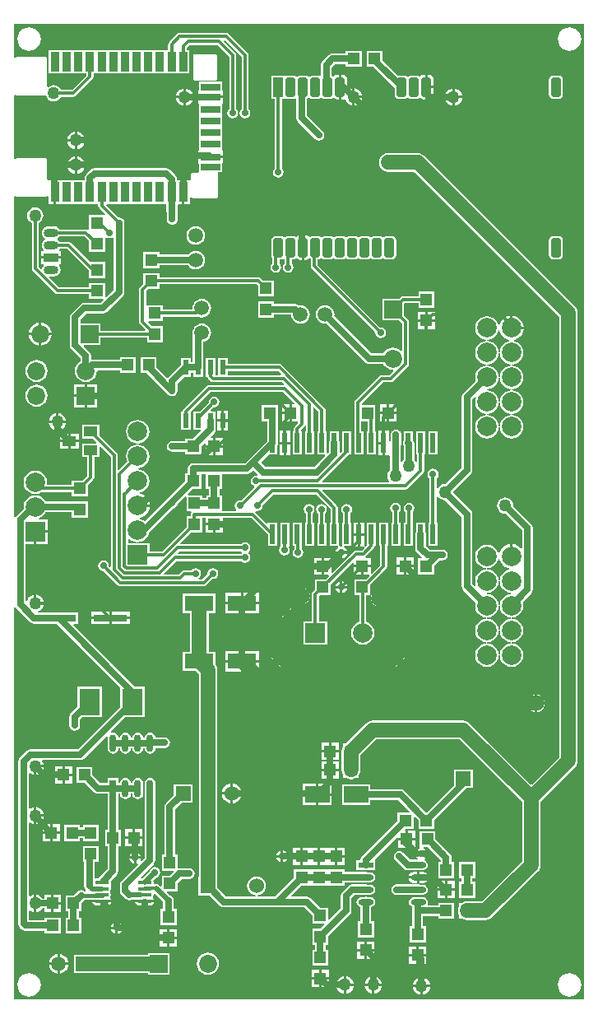
<source format=gtl>
%FSLAX44Y44*%
%MOMM*%
G71*
G01*
G75*
G04 Layer_Physical_Order=1*
G04 Layer_Color=255*
%ADD10R,3.5000X0.7500*%
%ADD11O,1.5500X0.6000*%
%ADD12R,1.5500X0.6000*%
G04:AMPARAMS|DCode=13|XSize=2mm|YSize=1mm|CornerRadius=0.25mm|HoleSize=0mm|Usage=FLASHONLY|Rotation=90.000|XOffset=0mm|YOffset=0mm|HoleType=Round|Shape=RoundedRectangle|*
%AMROUNDEDRECTD13*
21,1,2.0000,0.5000,0,0,90.0*
21,1,1.5000,1.0000,0,0,90.0*
1,1,0.5000,0.2500,0.7500*
1,1,0.5000,0.2500,-0.7500*
1,1,0.5000,-0.2500,-0.7500*
1,1,0.5000,-0.2500,0.7500*
%
%ADD13ROUNDEDRECTD13*%
%ADD14R,1.0000X2.0000*%
%ADD15R,0.9000X2.0000*%
%ADD16R,2.0000X0.7000*%
%ADD17R,2.0000X0.8000*%
%ADD18R,1.2500X1.2500*%
%ADD19R,1.2500X1.2500*%
%ADD20R,0.6000X2.0000*%
%ADD21R,0.6000X1.5000*%
%ADD22R,1.4000X1.0000*%
%ADD23R,2.5000X1.7000*%
%ADD24R,3.0000X1.6000*%
%ADD25O,1.4500X0.4000*%
%ADD26R,1.4500X0.4000*%
%ADD27R,0.7200X1.7800*%
%ADD28O,0.7200X1.7800*%
%ADD29R,2.1590X2.7430*%
%ADD30C,0.7000*%
%ADD31C,1.5000*%
%ADD32C,0.3000*%
%ADD33C,0.5000*%
%ADD34C,0.4000*%
%ADD35C,1.5000*%
%ADD36R,1.8500X1.8500*%
%ADD37C,1.8500*%
%ADD38R,1.8500X1.8500*%
%ADD39R,1.5000X0.9000*%
%ADD40O,1.5000X0.9000*%
%ADD41R,2.0000X2.0000*%
%ADD42C,2.0000*%
%ADD43R,2.0000X2.0000*%
%ADD44C,1.5240*%
%ADD45R,1.5240X1.5240*%
%ADD46R,1.5000X1.5000*%
%ADD47R,1.5240X1.5240*%
%ADD48C,1.2700*%
%ADD49C,1.0000*%
%ADD50C,0.7000*%
G36*
X448860Y798200D02*
X451502D01*
Y791750D01*
X448950D01*
Y789108D01*
X445130D01*
Y791750D01*
X430500D01*
X430014Y792923D01*
X435290Y798200D01*
X443860D01*
Y813542D01*
X448860D01*
Y798200D01*
D02*
G37*
G36*
X428630Y789880D02*
Y775250D01*
X433208D01*
X433887Y773980D01*
X433583Y773526D01*
X433311Y772160D01*
Y770250D01*
X428630D01*
Y758797D01*
X403652Y733819D01*
X390460D01*
Y742250D01*
X368529D01*
Y746905D01*
X369731Y747313D01*
X369902Y747092D01*
X372408Y745168D01*
X375327Y743959D01*
X378460Y743546D01*
X381593Y743959D01*
X384512Y745168D01*
X387019Y747092D01*
X388942Y749598D01*
X390151Y752517D01*
X390233Y753143D01*
X415334Y778244D01*
X416166Y778409D01*
X417985Y779625D01*
X419201Y781444D01*
X419366Y782276D01*
X427457Y790366D01*
X428630Y789880D01*
D02*
G37*
G36*
X838200Y273050D02*
X838200Y273050D01*
X251460D01*
Y676390D01*
X252730Y676776D01*
X253585Y675496D01*
X267691Y661391D01*
X269510Y660175D01*
X271656Y659748D01*
X277950D01*
Y659730D01*
X295270D01*
X360585Y594414D01*
Y574255D01*
X316867Y530538D01*
X268142D01*
X265996Y530111D01*
X264176Y528895D01*
X257235Y521954D01*
X256019Y520134D01*
X255592Y517988D01*
Y350940D01*
X256019Y348794D01*
X257235Y346975D01*
X258925Y345285D01*
X260744Y344069D01*
X262890Y343642D01*
X282670D01*
Y341000D01*
X299170D01*
Y357500D01*
X282670D01*
Y354858D01*
X266808D01*
Y364258D01*
X267947Y364820D01*
X268567Y364345D01*
X270729Y363449D01*
X271780Y363311D01*
Y372110D01*
Y380910D01*
X270729Y380771D01*
X268567Y379875D01*
X267947Y379400D01*
X266808Y379962D01*
Y454428D01*
X267947Y454990D01*
X268567Y454515D01*
X270729Y453619D01*
X271780Y453480D01*
Y462280D01*
Y471079D01*
X270729Y470941D01*
X268567Y470045D01*
X267947Y469570D01*
X266808Y470131D01*
Y505229D01*
X267947Y505790D01*
X268567Y505315D01*
X270729Y504419D01*
X271780Y504281D01*
Y513080D01*
X273050D01*
Y514350D01*
X281849D01*
X281711Y515401D01*
X280815Y517563D01*
X280340Y518183D01*
X280902Y519322D01*
X319190D01*
X321336Y519749D01*
X323155Y520965D01*
X346439Y544249D01*
X347609Y543623D01*
X347350Y542320D01*
Y531720D01*
X347785Y529535D01*
X349023Y527683D01*
X350875Y526445D01*
X353060Y526010D01*
X355245Y526445D01*
X357097Y527683D01*
X358335Y529535D01*
X358708Y531412D01*
X360112D01*
X360485Y529535D01*
X361723Y527683D01*
X363575Y526445D01*
X365760Y526010D01*
X367945Y526445D01*
X369797Y527683D01*
X371035Y529535D01*
X371409Y531412D01*
X372812D01*
X373185Y529535D01*
X374423Y527683D01*
X376275Y526445D01*
X378460Y526010D01*
X380645Y526445D01*
X382497Y527683D01*
X383735Y529535D01*
X384109Y531412D01*
X385512D01*
X385885Y529535D01*
X387123Y527683D01*
X388975Y526445D01*
X391160Y526010D01*
X393345Y526445D01*
X395197Y527683D01*
X396435Y529535D01*
X396846Y531602D01*
X406400D01*
X408546Y532029D01*
X410365Y533245D01*
X411581Y535064D01*
X412008Y537210D01*
X411581Y539356D01*
X410365Y541175D01*
X408546Y542391D01*
X406400Y542818D01*
X396771D01*
X396435Y544505D01*
X395197Y546357D01*
X393345Y547595D01*
X391160Y548030D01*
X388975Y547595D01*
X387123Y546357D01*
X385885Y544505D01*
X385512Y542628D01*
X384109D01*
X383735Y544505D01*
X382497Y546357D01*
X380645Y547595D01*
X378460Y548030D01*
X376275Y547595D01*
X374423Y546357D01*
X373185Y544505D01*
X372812Y542628D01*
X371409D01*
X371035Y544505D01*
X369797Y546357D01*
X367945Y547595D01*
X365760Y548030D01*
X363575Y547595D01*
X361723Y546357D01*
X360485Y544505D01*
X360112Y542628D01*
X358708D01*
X358335Y544505D01*
X357097Y546357D01*
X355245Y547595D01*
X353060Y548030D01*
X351757Y547771D01*
X351132Y548941D01*
X365596Y563405D01*
X386175D01*
Y594835D01*
X376026D01*
X312304Y658557D01*
X312790Y659730D01*
X316950D01*
Y671230D01*
X277950D01*
Y670964D01*
X276045D01*
X275793Y672234D01*
X277533Y672955D01*
X279390Y674380D01*
X280815Y676237D01*
X281711Y678399D01*
X281849Y679450D01*
X273050D01*
Y680720D01*
X271780D01*
Y689520D01*
X270729Y689381D01*
X268567Y688485D01*
X266710Y687060D01*
X265285Y685203D01*
X264389Y683041D01*
X263158Y683255D01*
Y741840D01*
X271780D01*
Y754380D01*
X273050D01*
Y755650D01*
X285590D01*
Y766920D01*
X276679D01*
X276427Y768190D01*
X279102Y769298D01*
X281609Y771221D01*
X283532Y773728D01*
X283716Y774172D01*
X310520D01*
Y769080D01*
X327020D01*
Y785580D01*
X310520D01*
Y785388D01*
X283716D01*
X283532Y785832D01*
X281609Y788338D01*
X279102Y790262D01*
X276183Y791471D01*
X273954Y791765D01*
X273954D01*
X273384Y791840D01*
Y791847D01*
Y791889D01*
Y791962D01*
Y792998D01*
Y793072D01*
Y793113D01*
Y793120D01*
X273954Y793195D01*
D01*
X276183Y793489D01*
X279102Y794698D01*
X279836Y795261D01*
X310520D01*
Y790580D01*
X327020D01*
Y802033D01*
X332723Y807737D01*
X333497Y808894D01*
X333769Y810260D01*
Y831200D01*
X339200D01*
Y841494D01*
X340373Y841980D01*
X350761Y831592D01*
Y718776D01*
X349580Y718279D01*
X348863Y718940D01*
X348921Y719234D01*
X348494Y721380D01*
X347279Y723199D01*
X345460Y724415D01*
X343314Y724841D01*
X341168Y724415D01*
X339348Y723199D01*
X338133Y721380D01*
X337706Y719234D01*
X338133Y717088D01*
X339348Y715268D01*
X341168Y714053D01*
X343314Y713626D01*
X343782Y713719D01*
X358274Y699227D01*
X359431Y698453D01*
X360797Y698182D01*
X446480D01*
X447846Y698453D01*
X449003Y699227D01*
X455462Y705685D01*
X455930Y705592D01*
X458076Y706019D01*
X459895Y707235D01*
X461111Y709054D01*
X461538Y711200D01*
X461111Y713346D01*
X459895Y715165D01*
X458076Y716381D01*
X455930Y716808D01*
X453784Y716381D01*
X451965Y715165D01*
X450749Y713346D01*
X450322Y711200D01*
X450415Y710732D01*
X445002Y705319D01*
X441534D01*
X441148Y706589D01*
X442115Y707235D01*
X443331Y709054D01*
X443758Y711200D01*
X443331Y713346D01*
X442115Y715165D01*
X440296Y716381D01*
X438150Y716808D01*
X436004Y716381D01*
X434185Y715165D01*
X433920Y714769D01*
X426640D01*
X425274Y714497D01*
X424117Y713723D01*
X420712Y710319D01*
X406047D01*
X405561Y711492D01*
X418210Y724141D01*
X484720D01*
X484985Y723745D01*
X486804Y722529D01*
X488950Y722102D01*
X491096Y722529D01*
X492915Y723745D01*
X494131Y725564D01*
X494558Y727710D01*
X494131Y729856D01*
X492915Y731675D01*
X492197Y732155D01*
Y733425D01*
X492915Y733905D01*
X494131Y735724D01*
X494558Y737870D01*
X494131Y740016D01*
X492915Y741835D01*
X491096Y743051D01*
X488950Y743478D01*
X486804Y743051D01*
X484985Y741835D01*
X484720Y741439D01*
X423025D01*
X422539Y742612D01*
X433677Y753750D01*
X445130D01*
Y768591D01*
X448410D01*
Y763270D01*
X465990D01*
Y768591D01*
X495262D01*
X512440Y751413D01*
Y739460D01*
X522440D01*
Y763460D01*
X512440D01*
Y763166D01*
X511267Y762680D01*
X499263Y774683D01*
X499889Y775792D01*
X501650Y775442D01*
X503796Y775869D01*
X505615Y777085D01*
X506831Y778904D01*
X507258Y781050D01*
X507165Y781518D01*
X518368Y792721D01*
X562402D01*
X577371Y777752D01*
Y763460D01*
X575940D01*
Y739460D01*
X584824D01*
X584827Y739460D01*
X584827Y739460D01*
X584834Y739460D01*
X584835D01*
X584840Y739442D01*
X584844Y739429D01*
X584848Y739417D01*
X584899Y739248D01*
X585027Y738061D01*
X583655Y737145D01*
X582321Y735147D01*
X582104Y734060D01*
X593916D01*
X593699Y735147D01*
X592365Y737145D01*
X590800Y738190D01*
X591185Y739460D01*
X598640D01*
Y763460D01*
X597209D01*
Y773010D01*
X597605Y773275D01*
X598821Y775094D01*
X599248Y777240D01*
X598821Y779386D01*
X597605Y781205D01*
X595786Y782421D01*
X593640Y782848D01*
X591494Y782421D01*
X589675Y781205D01*
X588459Y779386D01*
X588032Y777240D01*
X588459Y775094D01*
X589675Y773275D01*
X590071Y773010D01*
Y763460D01*
X588640D01*
Y740118D01*
X588126Y739164D01*
X587615Y738870D01*
X586907Y738729D01*
X586107Y739641D01*
Y739641D01*
X586107D01*
X586107Y739641D01*
X585940Y739963D01*
Y739963D01*
D01*
X585940D01*
Y763460D01*
X584509D01*
Y779230D01*
X584237Y780596D01*
X583463Y781753D01*
X568589Y796628D01*
X569075Y797801D01*
X654298D01*
X655664Y798073D01*
X656822Y798847D01*
X672363Y814388D01*
X673137Y815546D01*
X673409Y816911D01*
Y833460D01*
X674840D01*
Y857460D01*
X664840D01*
Y833460D01*
X666271D01*
Y826443D01*
X665767Y826198D01*
X665001Y826099D01*
X663815Y827645D01*
X663468Y827912D01*
Y844740D01*
X663041Y846886D01*
X662140Y848234D01*
Y857460D01*
X652140D01*
Y847877D01*
X651959Y847606D01*
X651532Y845460D01*
X651959Y843314D01*
X652140Y843043D01*
Y833460D01*
X652252D01*
Y827912D01*
X651905Y827645D01*
X650768Y826163D01*
X649635Y826416D01*
X649498Y826492D01*
Y843130D01*
X649621Y843314D01*
X650048Y845460D01*
Y853990D01*
X649621Y856136D01*
X649440Y856407D01*
Y857460D01*
X648736D01*
X648405Y857955D01*
X646586Y859171D01*
X644440Y859598D01*
X642294Y859171D01*
X640475Y857955D01*
X640144Y857460D01*
X639440D01*
Y856407D01*
X639259Y856136D01*
X638832Y853990D01*
Y847436D01*
X638550Y847046D01*
X637280Y847458D01*
Y858000D01*
X633010D01*
Y845460D01*
Y832920D01*
X637012D01*
X637280Y832920D01*
X638282Y832274D01*
Y817752D01*
X637935Y817485D01*
X636596Y815741D01*
X635755Y813710D01*
X635468Y811530D01*
X635755Y809350D01*
X636596Y807319D01*
X637448Y806209D01*
X636822Y804939D01*
X568814D01*
X568328Y806112D01*
X595676Y833460D01*
X598640D01*
Y857460D01*
X588640D01*
Y836517D01*
X587721Y835598D01*
X586548Y836084D01*
Y845460D01*
X586121Y847606D01*
X585940Y847877D01*
Y857460D01*
X575940D01*
Y847877D01*
X575759Y847606D01*
X575332Y845460D01*
Y835993D01*
X574413Y835074D01*
X573240Y835560D01*
Y857460D01*
X571809D01*
Y879560D01*
X571537Y880926D01*
X570763Y882083D01*
X527143Y925703D01*
X525986Y926477D01*
X524620Y926749D01*
X471090D01*
Y932680D01*
X461090D01*
Y915429D01*
X458390D01*
Y932680D01*
X448390D01*
Y913680D01*
X449965D01*
X450093Y913034D01*
X450867Y911877D01*
X453407Y909337D01*
X454564Y908563D01*
X455930Y908291D01*
X527391D01*
X529144Y906539D01*
X528618Y905269D01*
X452120D01*
X450754Y904997D01*
X449597Y904223D01*
X425467Y880093D01*
X424693Y878936D01*
X424543Y878180D01*
X422990D01*
Y859180D01*
X432990D01*
Y877523D01*
X453598Y898131D01*
X528112D01*
X539980Y886263D01*
X539494Y885090D01*
X537300D01*
Y876300D01*
Y867510D01*
X543540D01*
X543693Y866240D01*
X540317Y862863D01*
X539543Y861706D01*
X539271Y860340D01*
Y857460D01*
X537840D01*
Y833460D01*
X547840D01*
Y857460D01*
X546409D01*
Y858862D01*
X549893Y862347D01*
X550667Y863504D01*
X550701Y863678D01*
X551971Y863553D01*
Y857460D01*
X550540D01*
Y833460D01*
X560540D01*
Y857460D01*
X559109D01*
Y881985D01*
X560282Y882471D01*
X564671Y878082D01*
Y857460D01*
X563240D01*
Y833460D01*
X571140D01*
X571626Y832287D01*
X560287Y820948D01*
X509963D01*
X505410Y825500D01*
X513371Y833460D01*
X522440D01*
Y843043D01*
X522621Y843314D01*
X523048Y845460D01*
Y873390D01*
X522780Y874736D01*
Y884550D01*
X506280D01*
Y868050D01*
X511832D01*
Y847783D01*
X488807Y824758D01*
X435610D01*
X433464Y824331D01*
X431645Y823115D01*
X430429Y821296D01*
X430002Y819150D01*
Y814700D01*
X427360D01*
Y806131D01*
X386124Y764895D01*
X384512Y766132D01*
X381593Y767341D01*
X380863Y767437D01*
Y768718D01*
X381734Y768833D01*
X384784Y770096D01*
X387404Y772106D01*
X389414Y774726D01*
X390677Y777776D01*
X390941Y779780D01*
X378460D01*
Y782320D01*
X390941D01*
X390677Y784324D01*
X389414Y787374D01*
X387404Y789994D01*
X384784Y792004D01*
X381734Y793267D01*
X380863Y793382D01*
Y794663D01*
X381593Y794759D01*
X384512Y795968D01*
X387019Y797891D01*
X388942Y800398D01*
X390151Y803317D01*
X390564Y806450D01*
X390151Y809583D01*
X388942Y812502D01*
X387019Y815008D01*
X384512Y816932D01*
X381593Y818141D01*
X378795Y818510D01*
Y819790D01*
X381593Y820159D01*
X384512Y821368D01*
X387019Y823291D01*
X388942Y825798D01*
X390151Y828717D01*
X390564Y831850D01*
X390151Y834983D01*
X388942Y837902D01*
X387019Y840408D01*
X384512Y842332D01*
X381593Y843541D01*
X379364Y843835D01*
X379364D01*
X378795Y843910D01*
Y843917D01*
Y843959D01*
Y844032D01*
Y845068D01*
Y845142D01*
Y845183D01*
Y845190D01*
X379364Y845266D01*
D01*
X381593Y845559D01*
X384512Y846768D01*
X387019Y848691D01*
X388942Y851198D01*
X390151Y854117D01*
X390564Y857250D01*
X390151Y860383D01*
X388942Y863302D01*
X387019Y865808D01*
X384512Y867732D01*
X381593Y868941D01*
X378460Y869354D01*
X375327Y868941D01*
X372408Y867732D01*
X369902Y865808D01*
X367978Y863302D01*
X366769Y860383D01*
X366356Y857250D01*
X366769Y854117D01*
X367978Y851198D01*
X369902Y848691D01*
X372408Y846768D01*
X375327Y845559D01*
X377556Y845266D01*
X377556D01*
X378125Y845190D01*
Y845183D01*
Y845142D01*
Y845068D01*
Y844032D01*
Y843959D01*
Y843917D01*
Y843910D01*
X377556Y843835D01*
D01*
X375327Y843541D01*
X372408Y842332D01*
X369902Y840408D01*
X367978Y837902D01*
X366769Y834983D01*
X366356Y831850D01*
X366769Y828717D01*
X367797Y826234D01*
X359072Y817509D01*
X357899Y817995D01*
Y833070D01*
X357627Y834436D01*
X356853Y835593D01*
X339200Y853247D01*
Y864200D01*
X321200D01*
Y850200D01*
X332153D01*
X335980Y846373D01*
X335494Y845200D01*
X321200D01*
Y831200D01*
X326631D01*
Y811738D01*
X321973Y807080D01*
X310520D01*
Y802399D01*
X285751D01*
X284913Y803353D01*
X285154Y805180D01*
X284741Y808313D01*
X283532Y811232D01*
X281609Y813738D01*
X279102Y815662D01*
X276183Y816871D01*
X273050Y817284D01*
X269917Y816871D01*
X266998Y815662D01*
X264492Y813738D01*
X262568Y811232D01*
X261359Y808313D01*
X260946Y805180D01*
X261359Y802047D01*
X262568Y799128D01*
X264492Y796621D01*
X266998Y794698D01*
X269917Y793489D01*
X272146Y793195D01*
X272146D01*
X272715Y793120D01*
Y793113D01*
Y793072D01*
Y792998D01*
Y791962D01*
Y791889D01*
Y791847D01*
Y791840D01*
X272146Y791765D01*
D01*
X269917Y791471D01*
X266998Y790262D01*
X264492Y788338D01*
X262568Y785832D01*
X261359Y782913D01*
X260946Y779780D01*
X261155Y778194D01*
X253585Y770623D01*
X252730Y769344D01*
X251460Y769729D01*
Y1099100D01*
X252730Y1099485D01*
X252928Y1099188D01*
X253590Y1098746D01*
X254370Y1098591D01*
X283370D01*
X284150Y1098746D01*
X284812Y1099188D01*
X285060Y1099559D01*
X286330Y1099245D01*
Y1091090D01*
X292100D01*
Y1103630D01*
Y1116170D01*
X286679D01*
X286330Y1116170D01*
X285409Y1117013D01*
Y1136630D01*
X285254Y1137410D01*
X284812Y1138072D01*
X284150Y1138514D01*
X283370Y1138669D01*
X254370D01*
X253590Y1138514D01*
X252928Y1138072D01*
X252730Y1137775D01*
X251460Y1138161D01*
Y1203100D01*
X252730Y1203485D01*
X252928Y1203188D01*
X253590Y1202746D01*
X254370Y1202591D01*
X283370D01*
X284095Y1202735D01*
X284806Y1201019D01*
X286145Y1199275D01*
X287889Y1197936D01*
X289920Y1197095D01*
X292100Y1196808D01*
X294280Y1197095D01*
X296311Y1197936D01*
X298055Y1199275D01*
X299394Y1201019D01*
X299660Y1201661D01*
X312420D01*
X313786Y1201933D01*
X314943Y1202707D01*
X331893Y1219657D01*
X332667Y1220814D01*
X332939Y1222180D01*
Y1225630D01*
X431870D01*
Y1249630D01*
X428939D01*
Y1252012D01*
X431928Y1255001D01*
X460802D01*
X472681Y1243122D01*
Y1189140D01*
X472285Y1188875D01*
X471069Y1187056D01*
X470642Y1184910D01*
X471069Y1182764D01*
X472285Y1180945D01*
X474104Y1179729D01*
X476250Y1179302D01*
X478396Y1179729D01*
X480215Y1180945D01*
X481431Y1182764D01*
X481858Y1184910D01*
X481431Y1187056D01*
X480215Y1188875D01*
X479819Y1189140D01*
Y1244600D01*
X479547Y1245966D01*
X478773Y1247123D01*
X467465Y1258432D01*
X467926Y1259767D01*
X468648Y1259855D01*
X485381Y1243122D01*
Y1189140D01*
X484985Y1188875D01*
X483769Y1187056D01*
X483342Y1184910D01*
X483769Y1182764D01*
X484985Y1180945D01*
X486804Y1179729D01*
X488950Y1179302D01*
X491096Y1179729D01*
X492915Y1180945D01*
X494131Y1182764D01*
X494558Y1184910D01*
X494131Y1187056D01*
X492915Y1188875D01*
X492519Y1189140D01*
Y1244600D01*
X492247Y1245966D01*
X491473Y1247123D01*
X472423Y1266173D01*
X471266Y1266947D01*
X469900Y1267219D01*
X421640D01*
X420274Y1266947D01*
X419117Y1266173D01*
X410847Y1257903D01*
X410073Y1256746D01*
X409801Y1255380D01*
Y1249630D01*
X286870D01*
Y1225630D01*
X325801D01*
Y1223658D01*
X310942Y1208799D01*
X299660D01*
X299394Y1209441D01*
X298055Y1211185D01*
X296311Y1212524D01*
X294280Y1213365D01*
X292100Y1213652D01*
X289920Y1213365D01*
X287889Y1212524D01*
X286679Y1211595D01*
X285409Y1212222D01*
Y1240630D01*
X285254Y1241410D01*
X284812Y1242072D01*
X284150Y1242514D01*
X283370Y1242669D01*
X254370D01*
X253590Y1242514D01*
X252928Y1242072D01*
X252730Y1241775D01*
X251460Y1242161D01*
Y1276350D01*
X251460Y1276350D01*
X838200D01*
Y273050D01*
D02*
G37*
G36*
X526151Y916602D02*
X525665Y915429D01*
X471090D01*
Y919611D01*
X523142D01*
X526151Y916602D01*
D02*
G37*
G36*
X502024Y813026D02*
X501398Y811855D01*
X500380Y812058D01*
X498234Y811631D01*
X496415Y810415D01*
X495199Y808596D01*
X494772Y806450D01*
X495199Y804304D01*
X496415Y802485D01*
X498234Y801269D01*
X498429Y801230D01*
X498798Y800015D01*
X485180Y786397D01*
X483870Y786658D01*
X481724Y786231D01*
X479905Y785015D01*
X478689Y783196D01*
X478262Y781050D01*
X478689Y778904D01*
X479905Y777085D01*
X480034Y776999D01*
X479648Y775729D01*
X465450D01*
Y791750D01*
X462718D01*
Y798200D01*
X465360D01*
Y813542D01*
X491130D01*
X493276Y813969D01*
X495095Y815185D01*
X497480Y817570D01*
X502024Y813026D01*
D02*
G37*
G36*
X484985Y733905D02*
X485703Y733425D01*
Y732155D01*
X484985Y731675D01*
X484720Y731279D01*
X419936D01*
X419450Y732452D01*
X421299Y734301D01*
X484720D01*
X484985Y733905D01*
D02*
G37*
%LPC*%
G36*
X578290Y494910D02*
X564520D01*
Y485140D01*
X578290D01*
Y494910D01*
D02*
G37*
G36*
X274320Y471079D02*
Y463550D01*
X281849D01*
X281711Y464601D01*
X280815Y466763D01*
X279390Y468620D01*
X277533Y470045D01*
X275371Y470941D01*
X274320Y471079D01*
D02*
G37*
G36*
X474180Y495220D02*
X472798Y495038D01*
X470326Y494015D01*
X468204Y492386D01*
X466575Y490264D01*
X465551Y487792D01*
X465369Y486410D01*
X474180D01*
Y495220D01*
D02*
G37*
G36*
X281849Y461010D02*
X274320D01*
Y453480D01*
X275371Y453619D01*
X277533Y454515D01*
X279390Y455940D01*
X280815Y457797D01*
X281711Y459959D01*
X281849Y461010D01*
D02*
G37*
G36*
X476720Y495220D02*
Y486410D01*
X485531D01*
X485349Y487792D01*
X484325Y490264D01*
X482696Y492386D01*
X480574Y494015D01*
X478102Y495038D01*
X476720Y495220D01*
D02*
G37*
G36*
X723360Y510000D02*
X704120D01*
Y493610D01*
X675959Y465450D01*
X675321D01*
X652935Y487835D01*
X651116Y489051D01*
X648970Y489478D01*
X617750D01*
Y494370D01*
X588750D01*
Y473370D01*
X617750D01*
Y478262D01*
X646647D01*
X658286Y466623D01*
X657800Y465450D01*
X645890D01*
Y456929D01*
X609445Y420484D01*
X608229Y418664D01*
X607802Y416518D01*
Y416480D01*
X603660D01*
Y406480D01*
X610993D01*
X611264Y406299D01*
X613410Y405872D01*
X615556Y406299D01*
X615827Y406480D01*
X623160D01*
Y416480D01*
X622962D01*
X622476Y417653D01*
X645357Y440534D01*
X646530Y440048D01*
Y439420D01*
X654050D01*
Y446940D01*
X653422D01*
X652936Y448113D01*
X653772Y448950D01*
X662390D01*
Y460860D01*
X663563Y461346D01*
X667390Y457519D01*
Y448950D01*
X683890D01*
Y457519D01*
X717131Y490760D01*
X723360D01*
Y510000D01*
D02*
G37*
G36*
X474180Y483870D02*
X465369D01*
X465551Y482488D01*
X466575Y480016D01*
X468204Y477894D01*
X470326Y476265D01*
X472798Y475242D01*
X474180Y475060D01*
Y483870D01*
D02*
G37*
G36*
X485531D02*
X476720D01*
Y475060D01*
X478102Y475242D01*
X480574Y476265D01*
X482696Y477894D01*
X484325Y480016D01*
X485349Y482488D01*
X485531Y483870D01*
D02*
G37*
G36*
X332010Y512440D02*
X315510D01*
Y495940D01*
X324080D01*
X333765Y486255D01*
X335584Y485039D01*
X337730Y484612D01*
X347452D01*
Y447670D01*
X344810D01*
Y431170D01*
X347452D01*
Y407453D01*
X339570Y399570D01*
X338354Y397751D01*
X338344Y397700D01*
X334488D01*
Y414750D01*
X338450D01*
Y431250D01*
X321950D01*
Y414750D01*
X323272D01*
Y389890D01*
X323699Y387744D01*
X324794Y386105D01*
X324660Y385250D01*
X324454Y384706D01*
X323886Y384559D01*
X322656Y385381D01*
X320510Y385808D01*
X318364Y385381D01*
X316545Y384165D01*
X312740Y380360D01*
X304170D01*
Y363860D01*
X306812D01*
Y357500D01*
X304170D01*
Y341000D01*
X320670D01*
Y357500D01*
X318028D01*
Y363860D01*
X320670D01*
Y372430D01*
X324362Y376122D01*
X330838D01*
X331373Y375470D01*
X351256D01*
X351157Y375971D01*
X350153Y377473D01*
X350431Y378815D01*
X350648Y379139D01*
X350958Y380700D01*
X350648Y382261D01*
X350131Y383034D01*
X349869Y383950D01*
X350131Y384866D01*
X350648Y385639D01*
X350958Y387200D01*
X350714Y388430D01*
X350880Y389700D01*
X350880D01*
X350880Y389700D01*
Y395019D01*
X357025Y401165D01*
X358241Y402984D01*
X358668Y405130D01*
Y431170D01*
X361310D01*
Y447670D01*
X358668D01*
Y484612D01*
X360112D01*
X360485Y482735D01*
X361723Y480883D01*
X363575Y479645D01*
X365760Y479210D01*
X367945Y479645D01*
X369797Y480883D01*
X371035Y482735D01*
X371409Y484612D01*
X372812D01*
X373185Y482735D01*
X374423Y480883D01*
X376275Y479645D01*
X378460Y479210D01*
X380645Y479645D01*
X382497Y480883D01*
X383735Y482735D01*
X384170Y484920D01*
Y495520D01*
X383735Y497705D01*
X382497Y499557D01*
X380645Y500795D01*
X378460Y501230D01*
X376275Y500795D01*
X374423Y499557D01*
X373185Y497705D01*
X372812Y495828D01*
X371409D01*
X371035Y497705D01*
X369797Y499557D01*
X367945Y500795D01*
X365760Y501230D01*
X363575Y500795D01*
X361723Y499557D01*
X360485Y497705D01*
X360112Y495828D01*
X358660D01*
Y501120D01*
X347460D01*
Y495828D01*
X340053D01*
X332010Y503871D01*
Y512440D01*
D02*
G37*
G36*
X561980Y482600D02*
X548210D01*
Y472830D01*
X561980D01*
Y482600D01*
D02*
G37*
G36*
X578290D02*
X564520D01*
Y472830D01*
X578290D01*
Y482600D01*
D02*
G37*
G36*
X561980Y494910D02*
X548210D01*
Y485140D01*
X561980D01*
Y494910D01*
D02*
G37*
G36*
X654050Y436880D02*
X646530D01*
Y429360D01*
X654050D01*
Y436880D01*
D02*
G37*
G36*
X574140Y429070D02*
X574040D01*
X573940D01*
X572870Y429070D01*
X566420D01*
Y420280D01*
Y411490D01*
X572870D01*
X573940Y411490D01*
X574040D01*
X574140D01*
X575210Y411490D01*
X581660D01*
Y420280D01*
Y429070D01*
X575210D01*
X574140Y429070D01*
D02*
G37*
G36*
X373290Y438150D02*
X365770D01*
Y430630D01*
X373290D01*
Y438150D01*
D02*
G37*
G36*
X664110Y436880D02*
X656590D01*
Y429360D01*
X664110D01*
Y436880D01*
D02*
G37*
G36*
X556360Y429070D02*
X556260D01*
X556160D01*
X555090Y429070D01*
X548640D01*
Y420280D01*
Y411490D01*
X555090D01*
X556160Y411490D01*
X556260D01*
X556360D01*
X557430Y411490D01*
X563880D01*
Y420280D01*
Y429070D01*
X557430D01*
X556360Y429070D01*
D02*
G37*
G36*
X584200Y429070D02*
Y421550D01*
X591720D01*
Y429070D01*
X584200D01*
D02*
G37*
G36*
X546100D02*
X538580D01*
Y421550D01*
X546100D01*
Y429070D01*
D02*
G37*
G36*
X528320Y426276D02*
Y421640D01*
X532956D01*
X532739Y422727D01*
X531405Y424725D01*
X529407Y426059D01*
X528320Y426276D01*
D02*
G37*
G36*
X525780D02*
X524693Y426059D01*
X522695Y424725D01*
X521361Y422727D01*
X521144Y421640D01*
X525780D01*
Y426276D01*
D02*
G37*
G36*
X288200Y453290D02*
X280680D01*
Y445770D01*
X288200D01*
Y453290D01*
D02*
G37*
G36*
X383350Y448210D02*
X375830D01*
Y440690D01*
X383350D01*
Y448210D01*
D02*
G37*
G36*
X338450Y452750D02*
X321950D01*
Y450108D01*
X319220D01*
Y452750D01*
X302720D01*
Y436250D01*
X319220D01*
Y438892D01*
X321950D01*
Y436250D01*
X338450D01*
Y452750D01*
D02*
G37*
G36*
X298260Y453290D02*
X290740D01*
Y445770D01*
X298260D01*
Y453290D01*
D02*
G37*
G36*
X373290Y448210D02*
X365770D01*
Y440690D01*
X373290D01*
Y448210D01*
D02*
G37*
G36*
X288200Y443230D02*
X280680D01*
Y435710D01*
X288200D01*
Y443230D01*
D02*
G37*
G36*
X383350Y438150D02*
X375830D01*
Y430630D01*
X383350D01*
Y438150D01*
D02*
G37*
G36*
X664110Y446940D02*
X656590D01*
Y439420D01*
X664110D01*
Y446940D01*
D02*
G37*
G36*
X298260Y443230D02*
X290740D01*
Y435710D01*
X298260D01*
Y443230D01*
D02*
G37*
G36*
X666750Y1143692D02*
X636270D01*
X633790Y1143365D01*
X631479Y1142408D01*
X629495Y1140885D01*
X627972Y1138901D01*
X627015Y1136590D01*
X626688Y1134110D01*
X627015Y1131630D01*
X627972Y1129319D01*
X629495Y1127335D01*
X631479Y1125812D01*
X633790Y1124855D01*
X636270Y1124528D01*
X662781D01*
X789514Y997794D01*
X812108Y975201D01*
Y522599D01*
X784225Y494716D01*
X782955D01*
X721166Y556505D01*
X720601Y557241D01*
X718592Y558783D01*
X716251Y559752D01*
X713740Y560083D01*
X712821Y559962D01*
X620140D01*
X617660Y559636D01*
X615349Y558678D01*
X613365Y557155D01*
X592779Y536570D01*
X589830D01*
Y533174D01*
X589782Y533111D01*
X588825Y530800D01*
X588498Y528320D01*
Y509270D01*
X588825Y506790D01*
X589782Y504479D01*
X589830Y504416D01*
Y501020D01*
X593226D01*
X593289Y500972D01*
X595600Y500014D01*
X598080Y499688D01*
X600560Y500014D01*
X602871Y500972D01*
X602934Y501020D01*
X606330D01*
Y504416D01*
X606378Y504479D01*
X607336Y506790D01*
X607662Y509270D01*
Y524351D01*
X624109Y540798D01*
X709771D01*
X774008Y476561D01*
Y415449D01*
X732631Y374072D01*
X717550D01*
X715070Y373745D01*
X712759Y372788D01*
X712696Y372740D01*
X709300D01*
Y369344D01*
X709252Y369281D01*
X708295Y366970D01*
X707968Y364490D01*
X708295Y362010D01*
X709252Y359699D01*
X709300Y359636D01*
Y356240D01*
X712696D01*
X712759Y356192D01*
X715070Y355234D01*
X717550Y354908D01*
X736600D01*
X739080Y355234D01*
X741391Y356192D01*
X743375Y357715D01*
X790366Y404705D01*
X791888Y406689D01*
X792846Y409000D01*
X793172Y411480D01*
Y476561D01*
X828465Y511855D01*
X829988Y513839D01*
X830385Y514796D01*
X830946Y516150D01*
X831272Y518630D01*
Y979170D01*
X830946Y981650D01*
X829988Y983961D01*
X828465Y985945D01*
X803065Y1011346D01*
X673525Y1140885D01*
X671541Y1142408D01*
X669230Y1143365D01*
X666750Y1143692D01*
D02*
G37*
G36*
X582930Y623388D02*
X582232Y623296D01*
X580397Y622536D01*
X578822Y621328D01*
X578148D01*
X576572Y622536D01*
X574738Y623296D01*
X574040Y623388D01*
Y615950D01*
Y608512D01*
X574738Y608604D01*
X576572Y609364D01*
X578148Y610572D01*
X578822D01*
X580397Y609364D01*
X582232Y608604D01*
X582930Y608512D01*
Y615950D01*
Y623388D01*
D02*
G37*
G36*
X571500D02*
X570802Y623296D01*
X568968Y622536D01*
X567392Y621328D01*
X566718D01*
X565143Y622536D01*
X563308Y623296D01*
X562610Y623388D01*
Y615950D01*
Y608512D01*
X563308Y608604D01*
X565143Y609364D01*
X566718Y610572D01*
X567392D01*
X568968Y609364D01*
X570802Y608604D01*
X571500Y608512D01*
Y615950D01*
Y623388D01*
D02*
G37*
G36*
X605790D02*
X605092Y623296D01*
X603257Y622536D01*
X601682Y621328D01*
X601008D01*
X599432Y622536D01*
X597598Y623296D01*
X596900Y623388D01*
Y615950D01*
Y608512D01*
X597598Y608604D01*
X599432Y609364D01*
X601008Y610572D01*
X601682D01*
X603257Y609364D01*
X605092Y608604D01*
X605790Y608512D01*
Y615950D01*
Y623388D01*
D02*
G37*
G36*
X594360D02*
X593662Y623296D01*
X591828Y622536D01*
X590252Y621328D01*
X589578D01*
X588003Y622536D01*
X586168Y623296D01*
X585470Y623388D01*
Y615950D01*
Y608512D01*
X586168Y608604D01*
X588003Y609364D01*
X589578Y610572D01*
X590252D01*
X591828Y609364D01*
X593662Y608604D01*
X594360Y608512D01*
Y615950D01*
Y623388D01*
D02*
G37*
G36*
X484690Y619760D02*
X468420D01*
Y610490D01*
X484690D01*
Y619760D01*
D02*
G37*
G36*
X524328Y638810D02*
X509452D01*
X509544Y638112D01*
X510304Y636278D01*
X511512Y634702D01*
X513088Y633494D01*
X514922Y632734D01*
X514952Y632681D01*
X514624Y631888D01*
X514532Y631190D01*
X521970D01*
Y628650D01*
X514532D01*
X514624Y627952D01*
X515384Y626118D01*
X516592Y624542D01*
X518167Y623334D01*
X520002Y622574D01*
X521970Y622315D01*
X521985Y622300D01*
X522244Y620332D01*
X523004Y618498D01*
X524212Y616922D01*
X525788Y615714D01*
X527622Y614954D01*
X528320Y614862D01*
Y622300D01*
X530860D01*
Y614862D01*
X531015Y614883D01*
X531134Y613982D01*
X531894Y612147D01*
X533102Y610572D01*
X534678Y609364D01*
X536512Y608604D01*
X537210Y608512D01*
Y615950D01*
Y623388D01*
X537055Y623367D01*
X536936Y624268D01*
X536176Y626102D01*
X534968Y627678D01*
X533392Y628886D01*
X531558Y629646D01*
X529590Y629905D01*
X529575Y629920D01*
X529316Y631888D01*
X528556Y633722D01*
X527348Y635298D01*
X525773Y636506D01*
X523938Y637266D01*
X523908Y637319D01*
X524236Y638112D01*
X524328Y638810D01*
D02*
G37*
G36*
X560070Y623388D02*
X559372Y623296D01*
X557537Y622536D01*
X555962Y621328D01*
X555288D01*
X553713Y622536D01*
X551878Y623296D01*
X551180Y623388D01*
Y615950D01*
Y608512D01*
X551878Y608604D01*
X553713Y609364D01*
X555288Y610572D01*
X555962D01*
X557537Y609364D01*
X559372Y608604D01*
X560070Y608512D01*
Y615950D01*
Y623388D01*
D02*
G37*
G36*
X503500Y619760D02*
X487230D01*
Y610490D01*
X503500D01*
Y619760D01*
D02*
G37*
G36*
X617220Y623388D02*
X616522Y623296D01*
X614688Y622536D01*
X613112Y621328D01*
X612438D01*
X610863Y622536D01*
X609028Y623296D01*
X608330Y623388D01*
Y615950D01*
Y608512D01*
X609028Y608604D01*
X610863Y609364D01*
X612438Y610572D01*
X613112D01*
X614688Y609364D01*
X616522Y608604D01*
X617220Y608512D01*
Y615950D01*
Y623388D01*
D02*
G37*
G36*
X524328Y649605D02*
X509452D01*
X509544Y648907D01*
X510304Y647073D01*
X510759Y646480D01*
X511498Y645478D01*
X510759Y644475D01*
X510304Y643883D01*
X509544Y642048D01*
X509452Y641350D01*
X524328D01*
X524236Y642048D01*
X523476Y643883D01*
X523022Y644475D01*
X522282Y645478D01*
X523022Y646480D01*
X523476Y647073D01*
X524236Y648907D01*
X524328Y649605D01*
D02*
G37*
G36*
X660218Y638810D02*
X645342D01*
X645434Y638112D01*
X645762Y637319D01*
X645732Y637266D01*
X643897Y636506D01*
X642322Y635298D01*
X641114Y633722D01*
X640354Y631888D01*
X640095Y629920D01*
X640080Y629905D01*
X638112Y629646D01*
X636278Y628886D01*
X634702Y627678D01*
X633494Y626102D01*
X632752Y624313D01*
X632362Y623569D01*
X631888Y623296D01*
X631190Y623388D01*
Y615950D01*
Y608512D01*
X631888Y608604D01*
X633722Y609364D01*
X635298Y610572D01*
X636506Y612147D01*
X637248Y613937D01*
X637638Y614681D01*
X638112Y614954D01*
X638810Y614862D01*
Y622300D01*
X641350D01*
Y614862D01*
X642048Y614954D01*
X643883Y615714D01*
X645458Y616922D01*
X646666Y618498D01*
X647426Y620332D01*
X647685Y622300D01*
X647700Y622315D01*
X649668Y622574D01*
X651503Y623334D01*
X653078Y624542D01*
X654286Y626118D01*
X655046Y627952D01*
X655138Y628650D01*
X647700D01*
Y631190D01*
X655138D01*
X655046Y631888D01*
X654718Y632681D01*
X654748Y632734D01*
X656582Y633494D01*
X658158Y634702D01*
X659366Y636278D01*
X660126Y638112D01*
X660218Y638810D01*
D02*
G37*
G36*
X524328Y660400D02*
X509452D01*
X509544Y659702D01*
X510304Y657868D01*
X510759Y657275D01*
X511498Y656273D01*
X510759Y655270D01*
X510304Y654678D01*
X509544Y652843D01*
X509452Y652145D01*
X524328D01*
X524236Y652843D01*
X523476Y654678D01*
X523022Y655270D01*
X522282Y656273D01*
X523022Y657275D01*
X523476Y657868D01*
X524236Y659702D01*
X524328Y660400D01*
D02*
G37*
G36*
X660218Y650240D02*
X645342D01*
X645434Y649542D01*
X646194Y647708D01*
X647402Y646132D01*
Y645458D01*
X646194Y643883D01*
X645434Y642048D01*
X645342Y641350D01*
X660218D01*
X660126Y642048D01*
X659366Y643883D01*
X658158Y645458D01*
Y646132D01*
X659366Y647708D01*
X660126Y649542D01*
X660218Y650240D01*
D02*
G37*
G36*
X548640Y623388D02*
X547942Y623296D01*
X546107Y622536D01*
X545115Y621775D01*
X544195Y621448D01*
X543275Y621775D01*
X542282Y622536D01*
X540448Y623296D01*
X539750Y623388D01*
Y615950D01*
Y608512D01*
X540448Y608604D01*
X542282Y609364D01*
X543858Y610572D01*
X544532D01*
X546107Y609364D01*
X547942Y608604D01*
X548640Y608512D01*
Y615950D01*
Y623388D01*
D02*
G37*
G36*
X628650D02*
X627952Y623296D01*
X626118Y622536D01*
X624542Y621328D01*
X623868D01*
X622293Y622536D01*
X620458Y623296D01*
X619760Y623388D01*
Y615950D01*
Y608512D01*
X620458Y608604D01*
X622293Y609364D01*
X623868Y610572D01*
X624542D01*
X626118Y609364D01*
X627952Y608604D01*
X628650Y608512D01*
Y615950D01*
Y623388D01*
D02*
G37*
G36*
X503500Y631570D02*
X487230D01*
Y622300D01*
X503500D01*
Y631570D01*
D02*
G37*
G36*
X484690D02*
X468420D01*
Y622300D01*
X484690D01*
Y631570D01*
D02*
G37*
G36*
X789940Y586650D02*
Y579120D01*
X797469D01*
X797331Y580171D01*
X796435Y582333D01*
X795010Y584190D01*
X793153Y585615D01*
X790991Y586511D01*
X789940Y586650D01*
D02*
G37*
G36*
X300990Y512980D02*
X293470D01*
Y505460D01*
X300990D01*
Y512980D01*
D02*
G37*
G36*
X281849Y511810D02*
X274320D01*
Y504281D01*
X275371Y504419D01*
X277533Y505315D01*
X279390Y506740D01*
X280815Y508597D01*
X281711Y510759D01*
X281849Y511810D01*
D02*
G37*
G36*
X575310Y518060D02*
X567790D01*
Y510540D01*
X575310D01*
Y518060D01*
D02*
G37*
G36*
X311050Y512980D02*
X303530D01*
Y505460D01*
X311050D01*
Y512980D01*
D02*
G37*
G36*
Y502920D02*
X303530D01*
Y495400D01*
X311050D01*
Y502920D01*
D02*
G37*
G36*
X300990D02*
X293470D01*
Y495400D01*
X300990D01*
Y502920D01*
D02*
G37*
G36*
X585370Y508000D02*
X577850D01*
Y500480D01*
X585370D01*
Y508000D01*
D02*
G37*
G36*
X575310D02*
X567790D01*
Y500480D01*
X575310D01*
Y508000D01*
D02*
G37*
G36*
X585370Y518060D02*
X577850D01*
Y510540D01*
X585370D01*
Y518060D01*
D02*
G37*
G36*
X787400Y576580D02*
X779871D01*
X780009Y575529D01*
X780905Y573367D01*
X782330Y571510D01*
X784187Y570085D01*
X786349Y569189D01*
X787400Y569050D01*
Y576580D01*
D02*
G37*
G36*
X341975Y594835D02*
X316385D01*
Y574255D01*
X309725Y567595D01*
X308509Y565776D01*
X308082Y563630D01*
Y554990D01*
X308509Y552844D01*
X309725Y551025D01*
X311544Y549809D01*
X313690Y549382D01*
X315836Y549809D01*
X317655Y551025D01*
X318871Y552844D01*
X319298Y554990D01*
Y561307D01*
X321396Y563405D01*
X341975D01*
Y594835D01*
D02*
G37*
G36*
X787400Y586650D02*
X786349Y586511D01*
X784187Y585615D01*
X782330Y584190D01*
X780905Y582333D01*
X780009Y580171D01*
X779871Y579120D01*
X787400D01*
Y586650D01*
D02*
G37*
G36*
X797469Y576580D02*
X789940D01*
Y569050D01*
X790991Y569189D01*
X793153Y570085D01*
X795010Y571510D01*
X796435Y573367D01*
X797331Y575529D01*
X797469Y576580D01*
D02*
G37*
G36*
X585370Y527050D02*
X577850D01*
Y519530D01*
X585370D01*
Y527050D01*
D02*
G37*
G36*
X575310D02*
X567790D01*
Y519530D01*
X575310D01*
Y527050D01*
D02*
G37*
G36*
X585370Y537110D02*
X577850D01*
Y529590D01*
X585370D01*
Y537110D01*
D02*
G37*
G36*
X575310D02*
X567790D01*
Y529590D01*
X575310D01*
Y537110D01*
D02*
G37*
G36*
X675540Y317590D02*
X668020D01*
Y310070D01*
X675540D01*
Y317590D01*
D02*
G37*
G36*
X665480D02*
X657960D01*
Y310070D01*
X665480D01*
Y317590D01*
D02*
G37*
G36*
X298450Y319839D02*
Y311150D01*
X307139D01*
X306962Y312501D01*
X305950Y314943D01*
X304341Y317041D01*
X302243Y318650D01*
X299801Y319662D01*
X298450Y319839D01*
D02*
G37*
G36*
X295910D02*
X294559Y319662D01*
X292117Y318650D01*
X290019Y317041D01*
X288410Y314943D01*
X287398Y312501D01*
X287221Y311150D01*
X295910D01*
Y319839D01*
D02*
G37*
G36*
X411300Y321130D02*
X388800D01*
Y319462D01*
X322580D01*
X321957Y319380D01*
X313080D01*
Y310503D01*
X312998Y309880D01*
X313080Y309257D01*
Y300380D01*
X321957D01*
X322580Y300298D01*
X388800D01*
Y298630D01*
X411300D01*
Y321130D01*
D02*
G37*
G36*
X450850Y321227D02*
X447913Y320840D01*
X445177Y319707D01*
X442826Y317904D01*
X441023Y315553D01*
X439890Y312817D01*
X439503Y309880D01*
X439890Y306943D01*
X441023Y304207D01*
X442826Y301856D01*
X445177Y300053D01*
X447913Y298920D01*
X450850Y298533D01*
X453787Y298920D01*
X456524Y300053D01*
X458874Y301856D01*
X460677Y304207D01*
X461810Y306943D01*
X462197Y309880D01*
X461810Y312817D01*
X460677Y315553D01*
X458874Y317904D01*
X456524Y319707D01*
X453787Y320840D01*
X450850Y321227D01*
D02*
G37*
G36*
X307139Y308610D02*
X298450D01*
Y299921D01*
X299801Y300098D01*
X302243Y301110D01*
X304341Y302719D01*
X305950Y304817D01*
X306962Y307259D01*
X307139Y308610D01*
D02*
G37*
G36*
X295910D02*
X287221D01*
X287398Y307259D01*
X288410Y304817D01*
X290019Y302719D01*
X292117Y301110D01*
X294559Y300098D01*
X295910Y299921D01*
Y308610D01*
D02*
G37*
G36*
X612140Y322580D02*
X604620D01*
Y315060D01*
X612140D01*
Y322580D01*
D02*
G37*
G36*
X408940Y335370D02*
X401420D01*
Y327850D01*
X408940D01*
Y335370D01*
D02*
G37*
G36*
X622200Y332640D02*
X614680D01*
Y325120D01*
X622200D01*
Y332640D01*
D02*
G37*
G36*
X613410Y378988D02*
X611264Y378561D01*
X611140Y378478D01*
X608660D01*
X606709Y378090D01*
X605055Y376985D01*
X603950Y375331D01*
X603562Y373380D01*
X603950Y371429D01*
X605055Y369775D01*
X606709Y368670D01*
X607802Y368453D01*
Y353600D01*
X605160D01*
Y337100D01*
X621660D01*
Y353600D01*
X619018D01*
Y368453D01*
X620111Y368670D01*
X621765Y369775D01*
X622870Y371429D01*
X623258Y373380D01*
X622870Y375331D01*
X621765Y376985D01*
X620111Y378090D01*
X618160Y378478D01*
X615680D01*
X615556Y378561D01*
X613410Y378988D01*
D02*
G37*
G36*
X419000Y335370D02*
X411480D01*
Y327850D01*
X419000D01*
Y335370D01*
D02*
G37*
G36*
X665480Y327650D02*
X657960D01*
Y320130D01*
X665480D01*
Y327650D01*
D02*
G37*
G36*
X622200Y322580D02*
X614680D01*
Y315060D01*
X622200D01*
Y322580D01*
D02*
G37*
G36*
X612140Y332640D02*
X604620D01*
Y325120D01*
X612140D01*
Y332640D01*
D02*
G37*
G36*
X675540Y327650D02*
X668020D01*
Y320130D01*
X675540D01*
Y327650D01*
D02*
G37*
G36*
X575210Y303520D02*
X567690D01*
Y296000D01*
X575210D01*
Y303520D01*
D02*
G37*
G36*
X600620Y287020D02*
X593090D01*
Y279491D01*
X594141Y279629D01*
X596303Y280525D01*
X598160Y281950D01*
X599585Y283807D01*
X600481Y285969D01*
X600620Y287020D01*
D02*
G37*
G36*
X590550D02*
X583021D01*
X583159Y285969D01*
X584055Y283807D01*
X585480Y281950D01*
X587337Y280525D01*
X589499Y279629D01*
X590550Y279491D01*
Y287020D01*
D02*
G37*
G36*
X629829D02*
X622300D01*
Y279491D01*
X623351Y279629D01*
X625513Y280525D01*
X627370Y281950D01*
X628795Y283807D01*
X629691Y285969D01*
X629829Y287020D01*
D02*
G37*
G36*
X619760D02*
X612230D01*
X612369Y285969D01*
X613265Y283807D01*
X614690Y281950D01*
X616547Y280525D01*
X618709Y279629D01*
X619760Y279491D01*
Y287020D01*
D02*
G37*
G36*
X822960Y300394D02*
X819827Y299981D01*
X816908Y298772D01*
X814401Y296849D01*
X812478Y294342D01*
X811269Y291423D01*
X810856Y288290D01*
X811269Y285157D01*
X812478Y282238D01*
X814401Y279732D01*
X816908Y277808D01*
X819827Y276599D01*
X822960Y276186D01*
X826093Y276599D01*
X829012Y277808D01*
X831518Y279732D01*
X833442Y282238D01*
X834651Y285157D01*
X835064Y288290D01*
X834651Y291423D01*
X833442Y294342D01*
X831518Y296849D01*
X829012Y298772D01*
X826093Y299981D01*
X822960Y300394D01*
D02*
G37*
G36*
X266700D02*
X263567Y299981D01*
X260648Y298772D01*
X258141Y296849D01*
X256218Y294342D01*
X255009Y291423D01*
X254596Y288290D01*
X255009Y285157D01*
X256218Y282238D01*
X258141Y279732D01*
X260648Y277808D01*
X263567Y276599D01*
X266700Y276186D01*
X269833Y276599D01*
X272752Y277808D01*
X275259Y279732D01*
X277182Y282238D01*
X278391Y285157D01*
X278804Y288290D01*
X278391Y291423D01*
X277182Y294342D01*
X275259Y296849D01*
X272752Y298772D01*
X269833Y299981D01*
X266700Y300394D01*
D02*
G37*
G36*
X679360Y285750D02*
X671830D01*
Y278221D01*
X672881Y278359D01*
X675043Y279255D01*
X676900Y280680D01*
X678325Y282537D01*
X679221Y284699D01*
X679360Y285750D01*
D02*
G37*
G36*
X669290D02*
X661760D01*
X661899Y284699D01*
X662795Y282537D01*
X664220Y280680D01*
X666077Y279255D01*
X668239Y278359D01*
X669290Y278221D01*
Y285750D01*
D02*
G37*
G36*
X565150Y293460D02*
X557630D01*
Y285940D01*
X565150D01*
Y293460D01*
D02*
G37*
G36*
X619760Y297090D02*
X618709Y296951D01*
X616547Y296055D01*
X614690Y294630D01*
X613265Y292773D01*
X612369Y290611D01*
X612230Y289560D01*
X619760D01*
Y297090D01*
D02*
G37*
G36*
X593090D02*
Y289560D01*
X600620D01*
X600481Y290611D01*
X599585Y292773D01*
X598160Y294630D01*
X596303Y296055D01*
X594141Y296951D01*
X593090Y297090D01*
D02*
G37*
G36*
X565150Y303520D02*
X557630D01*
Y296000D01*
X565150D01*
Y303520D01*
D02*
G37*
G36*
X622300Y297090D02*
Y289560D01*
X629829D01*
X629691Y290611D01*
X628795Y292773D01*
X627370Y294630D01*
X625513Y296055D01*
X623351Y296951D01*
X622300Y297090D01*
D02*
G37*
G36*
X669290Y295819D02*
X668239Y295681D01*
X666077Y294785D01*
X664220Y293360D01*
X662795Y291503D01*
X661899Y289341D01*
X661760Y288290D01*
X669290D01*
Y295819D01*
D02*
G37*
G36*
X575210Y293460D02*
X567690D01*
Y285940D01*
X575210D01*
Y293460D01*
D02*
G37*
G36*
X590550Y297090D02*
X589499Y296951D01*
X587337Y296055D01*
X585480Y294630D01*
X584055Y292773D01*
X583159Y290611D01*
X583021Y289560D01*
X590550D01*
Y297090D01*
D02*
G37*
G36*
X671830Y295819D02*
Y288290D01*
X679360D01*
X679221Y289341D01*
X678325Y291503D01*
X676900Y293360D01*
X675043Y294785D01*
X672881Y295681D01*
X671830Y295819D01*
D02*
G37*
G36*
X685070Y446400D02*
X668570D01*
Y429967D01*
X668570Y429900D01*
X668501Y428659D01*
X668203Y428600D01*
X666205Y427265D01*
X664871Y425267D01*
X664654Y424180D01*
X676466D01*
X676249Y425267D01*
X674915Y427265D01*
X672917Y428600D01*
X672764Y428630D01*
X672889Y429900D01*
X677140D01*
X690442Y416597D01*
Y414650D01*
X687800D01*
Y398150D01*
X704300D01*
Y414650D01*
X701658D01*
Y418920D01*
X701231Y421066D01*
X700015Y422885D01*
X696296Y426604D01*
X696115Y426875D01*
X695844Y427057D01*
X685070Y437831D01*
Y446400D01*
D02*
G37*
G36*
X677556Y397510D02*
X668680D01*
Y393131D01*
X672160D01*
X674322Y393561D01*
X676154Y394786D01*
X677379Y396618D01*
X677556Y397510D01*
D02*
G37*
G36*
X672160Y404428D02*
X668680D01*
Y400050D01*
X677556D01*
X677379Y400942D01*
X676154Y402774D01*
X674322Y403999D01*
X672160Y404428D01*
D02*
G37*
G36*
X666140D02*
X662660D01*
X660498Y403999D01*
X658666Y402774D01*
X657441Y400942D01*
X657264Y400050D01*
X666140D01*
Y404428D01*
D02*
G37*
G36*
X704840Y394870D02*
X697320D01*
Y387350D01*
X704840D01*
Y394870D01*
D02*
G37*
G36*
X694780D02*
X687260D01*
Y387350D01*
X694780D01*
Y394870D01*
D02*
G37*
G36*
X666140Y397510D02*
X657264D01*
X657441Y396618D01*
X658666Y394786D01*
X660498Y393561D01*
X662660Y393131D01*
X666140D01*
Y397510D01*
D02*
G37*
G36*
X458960Y690720D02*
X424960D01*
Y670720D01*
X432378D01*
Y631030D01*
X424960D01*
Y611030D01*
X438409D01*
X441268Y608171D01*
Y399510D01*
X441230D01*
Y380270D01*
X452539D01*
X463395Y369415D01*
X465214Y368199D01*
X467360Y367772D01*
X550127D01*
X558170Y359729D01*
Y351160D01*
X570080D01*
X570566Y349987D01*
X566740Y346160D01*
X558170D01*
Y329660D01*
X560812D01*
Y324480D01*
X558170D01*
Y307980D01*
X574670D01*
Y324480D01*
X572028D01*
Y329660D01*
X574670D01*
Y338229D01*
X597055Y360615D01*
X598271Y362434D01*
X598698Y364580D01*
Y377407D01*
X601763Y380472D01*
X613410D01*
X615556Y380899D01*
X615680Y380982D01*
X618160D01*
X620111Y381370D01*
X621765Y382475D01*
X622870Y384129D01*
X623258Y386080D01*
X622870Y388031D01*
X621765Y389685D01*
X620111Y390790D01*
X618160Y391178D01*
X615680D01*
X615556Y391261D01*
X613410Y391688D01*
X599440D01*
X597294Y391261D01*
X595475Y390045D01*
X589125Y383695D01*
X587909Y381876D01*
X587482Y379730D01*
Y366903D01*
X575843Y355264D01*
X574670Y355750D01*
Y367660D01*
X566101D01*
X556415Y377345D01*
X554596Y378561D01*
X552450Y378988D01*
X537168D01*
X536682Y380161D01*
X547051Y390530D01*
X555620D01*
Y393172D01*
X556900D01*
Y390530D01*
X573400D01*
Y393172D01*
X574680D01*
Y390530D01*
X591180D01*
Y393172D01*
X613410D01*
X615556Y393599D01*
X615680Y393682D01*
X618160D01*
X620111Y394070D01*
X621765Y395175D01*
X622870Y396829D01*
X623258Y398780D01*
X622870Y400731D01*
X621765Y402385D01*
X620111Y403490D01*
X618160Y403878D01*
X615680D01*
X615556Y403961D01*
X613410Y404388D01*
X591180D01*
Y407030D01*
X574680D01*
Y404388D01*
X573400D01*
Y407030D01*
X556900D01*
Y404388D01*
X555620D01*
Y407030D01*
X539120D01*
Y398461D01*
X519647Y378988D01*
X501471D01*
X501390Y380224D01*
X501388Y380244D01*
X501387Y380257D01*
X501387Y380258D01*
X501545Y380279D01*
X501545Y380278D01*
Y380279D01*
X503361Y380518D01*
X505701Y381487D01*
X507711Y383029D01*
X509253Y385038D01*
X510222Y387379D01*
X510553Y389890D01*
X510222Y392401D01*
X509253Y394742D01*
X507711Y396751D01*
X505701Y398293D01*
X503361Y399262D01*
X500850Y399593D01*
X498339Y399262D01*
X495998Y398293D01*
X493989Y396751D01*
X492447Y394742D01*
X491478Y392401D01*
X491147Y389890D01*
X491478Y387379D01*
X492447Y385038D01*
X493989Y383029D01*
X495998Y381487D01*
X498339Y380518D01*
X500155Y380279D01*
X500155D01*
X500313Y380258D01*
X500313Y380257D01*
X500312Y380244D01*
X500310Y380224D01*
X500229Y378988D01*
X469683D01*
X460470Y388200D01*
Y399510D01*
X460432D01*
Y612140D01*
X460106Y614620D01*
X459148Y616931D01*
X458960Y617176D01*
Y631030D01*
X451542D01*
Y670720D01*
X458960D01*
Y690720D01*
D02*
G37*
G36*
X647700Y425978D02*
X645554Y425551D01*
X643735Y424335D01*
X642519Y422516D01*
X642092Y420370D01*
X642519Y418224D01*
X643735Y416405D01*
X652625Y407515D01*
X654444Y406299D01*
X656590Y405872D01*
X667410D01*
X669556Y406299D01*
X669680Y406382D01*
X672160D01*
X674111Y406770D01*
X675765Y407875D01*
X676870Y409529D01*
X677258Y411480D01*
X676870Y413431D01*
X675765Y415085D01*
X674111Y416190D01*
X673764Y416259D01*
X673495Y417607D01*
X674915Y418555D01*
X676249Y420553D01*
X676466Y421640D01*
X664654D01*
X664871Y420553D01*
X666205Y418555D01*
X666501Y418358D01*
X666116Y417088D01*
X658913D01*
X651665Y424335D01*
X649846Y425551D01*
X647700Y425978D01*
D02*
G37*
G36*
X391160Y501230D02*
X388975Y500795D01*
X387123Y499557D01*
X385885Y497705D01*
X385450Y495520D01*
Y484920D01*
X385552Y484407D01*
Y418883D01*
X382582Y415912D01*
X381595Y416722D01*
X381609Y416743D01*
X381826Y417830D01*
X377190D01*
Y413194D01*
X378277Y413410D01*
X378298Y413425D01*
X379108Y412438D01*
X361795Y395125D01*
X360579Y393306D01*
X360152Y391160D01*
Y384810D01*
X360579Y382664D01*
X361795Y380845D01*
X365905Y376735D01*
X367724Y375519D01*
X369870Y375092D01*
X372016Y375519D01*
X372903Y376112D01*
X374836D01*
X375363Y375470D01*
X395256D01*
X395157Y375971D01*
X394153Y377473D01*
X394431Y378815D01*
X394648Y379139D01*
X394958Y380700D01*
X394731Y381845D01*
X395901Y382470D01*
X404602Y373769D01*
Y366390D01*
X401960D01*
Y349890D01*
X418460D01*
Y366390D01*
X415818D01*
Y374650D01*
X415391Y376796D01*
X414175Y378615D01*
X412356Y379831D01*
X411310Y380039D01*
X408252Y383097D01*
X408738Y384270D01*
X419730D01*
Y392839D01*
X423873Y396982D01*
X431800D01*
X433946Y397409D01*
X435765Y398625D01*
X436981Y400444D01*
X437408Y402590D01*
X436981Y404736D01*
X435765Y406555D01*
X433946Y407771D01*
X431800Y408198D01*
X421550D01*
X420712Y408031D01*
X419730Y408837D01*
Y422270D01*
X417088D01*
Y468847D01*
X423760Y475520D01*
X435070D01*
Y494760D01*
X415830D01*
Y483451D01*
X407515Y475135D01*
X406299Y473316D01*
X405872Y471170D01*
Y422270D01*
X403230D01*
Y405770D01*
X415140D01*
X415626Y404597D01*
X411800Y400770D01*
X403230D01*
Y389778D01*
X402057Y389292D01*
X400754Y390594D01*
X399266Y391589D01*
X397510Y391938D01*
X395754Y391589D01*
X395732Y391574D01*
X395393Y391751D01*
X394702Y392414D01*
X394958Y393700D01*
X394648Y395261D01*
X394440Y395572D01*
X397340Y398471D01*
X398386Y398679D01*
X400205Y399895D01*
X401421Y401714D01*
X401848Y403860D01*
X401421Y406006D01*
X400205Y407825D01*
X398386Y409041D01*
X396240Y409468D01*
X394094Y409041D01*
X392275Y407825D01*
X391059Y406006D01*
X390851Y404960D01*
X383670Y397778D01*
X382105D01*
X381579Y399048D01*
X395125Y412595D01*
X396341Y414414D01*
X396768Y416560D01*
Y484407D01*
X396870Y484920D01*
Y495520D01*
X396435Y497705D01*
X395197Y499557D01*
X393345Y500795D01*
X391160Y501230D01*
D02*
G37*
G36*
X532956Y419100D02*
X528320D01*
Y414464D01*
X529407Y414680D01*
X531405Y416015D01*
X532739Y418013D01*
X532956Y419100D01*
D02*
G37*
G36*
X377190Y425006D02*
Y420370D01*
X381826D01*
X381609Y421457D01*
X380275Y423455D01*
X378277Y424790D01*
X377190Y425006D01*
D02*
G37*
G36*
X374650D02*
X373563Y424790D01*
X371565Y423455D01*
X370230Y421457D01*
X370014Y420370D01*
X374650D01*
Y425006D01*
D02*
G37*
G36*
X591720Y419010D02*
X584200D01*
Y411490D01*
X591720D01*
Y419010D01*
D02*
G37*
G36*
X546100D02*
X538580D01*
Y411490D01*
X546100D01*
Y419010D01*
D02*
G37*
G36*
X525780Y419100D02*
X521144D01*
X521361Y418013D01*
X522695Y416015D01*
X524693Y414680D01*
X525780Y414464D01*
Y419100D01*
D02*
G37*
G36*
X374650Y417830D02*
X370014D01*
X370230Y416743D01*
X371565Y414745D01*
X373563Y413410D01*
X374650Y413194D01*
Y417830D01*
D02*
G37*
G36*
X667410Y391688D02*
X645160D01*
X643014Y391261D01*
X641195Y390045D01*
X639979Y388226D01*
X639552Y386080D01*
X639979Y383934D01*
X641195Y382115D01*
X643014Y380899D01*
X645160Y380472D01*
X667410D01*
X669556Y380899D01*
X669680Y380982D01*
X672160D01*
X674111Y381370D01*
X675765Y382475D01*
X676870Y384129D01*
X677258Y386080D01*
X676870Y388031D01*
X675765Y389685D01*
X674111Y390790D01*
X672160Y391178D01*
X669680D01*
X669556Y391261D01*
X667410Y391688D01*
D02*
G37*
G36*
X358140Y352616D02*
Y347980D01*
X362776D01*
X362560Y349067D01*
X361225Y351065D01*
X359227Y352399D01*
X358140Y352616D01*
D02*
G37*
G36*
X355600D02*
X354513Y352399D01*
X352515Y351065D01*
X351180Y349067D01*
X350964Y347980D01*
X355600D01*
Y352616D01*
D02*
G37*
G36*
X274320Y380910D02*
Y372110D01*
Y363311D01*
X275371Y363449D01*
X277533Y364345D01*
X279390Y365770D01*
X280815Y367627D01*
X280860Y367734D01*
X282130Y367482D01*
Y363320D01*
X289650D01*
Y372110D01*
Y380900D01*
X282130D01*
Y376738D01*
X280860Y376486D01*
X280815Y376593D01*
X279390Y378450D01*
X277533Y379875D01*
X275371Y380771D01*
X274320Y380910D01*
D02*
G37*
G36*
X672160Y378478D02*
X662660D01*
X660709Y378090D01*
X659055Y376985D01*
X657950Y375331D01*
X657562Y373380D01*
X657950Y371429D01*
X659055Y369775D01*
X660709Y368670D01*
X661142Y368584D01*
Y364490D01*
Y348610D01*
X658500D01*
Y332110D01*
X675000D01*
Y348610D01*
X672358D01*
Y358882D01*
X687800D01*
Y356240D01*
X704300D01*
Y372740D01*
X687800D01*
Y370098D01*
X677327D01*
X676729Y371218D01*
X676870Y371429D01*
X677258Y373380D01*
X676870Y375331D01*
X675765Y376985D01*
X674111Y378090D01*
X672160Y378478D01*
D02*
G37*
G36*
X419000Y345430D02*
X411480D01*
Y337910D01*
X419000D01*
Y345430D01*
D02*
G37*
G36*
X408940D02*
X401420D01*
Y337910D01*
X408940D01*
Y345430D01*
D02*
G37*
G36*
X362776Y345440D02*
X358140D01*
Y340804D01*
X359227Y341021D01*
X361225Y342355D01*
X362560Y344353D01*
X362776Y345440D01*
D02*
G37*
G36*
X355600D02*
X350964D01*
X351180Y344353D01*
X352515Y342355D01*
X354513Y341021D01*
X355600Y340804D01*
Y345440D01*
D02*
G37*
G36*
X299710Y370840D02*
X292190D01*
Y363320D01*
X299710D01*
Y370840D01*
D02*
G37*
G36*
X694780Y384810D02*
X687260D01*
Y377290D01*
X694780D01*
Y384810D01*
D02*
G37*
G36*
X299710Y380900D02*
X292190D01*
Y373380D01*
X299710D01*
Y380900D01*
D02*
G37*
G36*
X725800Y414650D02*
X709300D01*
Y398150D01*
X711942D01*
Y394330D01*
X709300D01*
Y377830D01*
X725800D01*
Y394330D01*
X723158D01*
Y398150D01*
X725800D01*
Y414650D01*
D02*
G37*
G36*
X704840Y384810D02*
X697320D01*
Y377290D01*
X704840D01*
Y384810D01*
D02*
G37*
G36*
X351256Y372930D02*
X342900D01*
Y369571D01*
X346880D01*
X348651Y369923D01*
X350153Y370927D01*
X351157Y372429D01*
X351256Y372930D01*
D02*
G37*
G36*
X340360D02*
X332004D01*
X332103Y372429D01*
X333107Y370927D01*
X334609Y369923D01*
X336380Y369571D01*
X340360D01*
Y372930D01*
D02*
G37*
G36*
X395256D02*
X386900D01*
Y369571D01*
X390880D01*
X392651Y369923D01*
X394153Y370927D01*
X395157Y372429D01*
X395256Y372930D01*
D02*
G37*
G36*
X384360D02*
X376004D01*
X376103Y372429D01*
X377107Y370927D01*
X378609Y369923D01*
X380380Y369571D01*
X384360D01*
Y372930D01*
D02*
G37*
G36*
X660218Y661670D02*
X645342D01*
X645434Y660972D01*
X646194Y659137D01*
X647402Y657562D01*
Y656888D01*
X646194Y655312D01*
X645434Y653478D01*
X645342Y652780D01*
X660218D01*
X660126Y653478D01*
X659366Y655312D01*
X658158Y656888D01*
Y657562D01*
X659366Y659137D01*
X660126Y660972D01*
X660218Y661670D01*
D02*
G37*
G36*
X674370Y970370D02*
X666850D01*
Y962850D01*
X674370D01*
Y970370D01*
D02*
G37*
G36*
X279400Y969305D02*
Y958850D01*
X289855D01*
X289617Y960658D01*
X288428Y963526D01*
X286539Y965989D01*
X284076Y967878D01*
X281208Y969066D01*
X279400Y969305D01*
D02*
G37*
G36*
X764540Y976411D02*
Y965200D01*
X775751D01*
X775487Y967204D01*
X774224Y970254D01*
X772214Y972874D01*
X769594Y974884D01*
X766544Y976147D01*
X764540Y976411D01*
D02*
G37*
G36*
X684430Y970370D02*
X676910D01*
Y962850D01*
X684430D01*
Y970370D01*
D02*
G37*
G36*
X276860Y956310D02*
X266406D01*
X266644Y954502D01*
X267831Y951634D01*
X269721Y949171D01*
X272184Y947281D01*
X275052Y946094D01*
X276860Y945855D01*
Y956310D01*
D02*
G37*
G36*
X444500Y968432D02*
X442020Y968105D01*
X439709Y967148D01*
X437725Y965626D01*
X436202Y963641D01*
X435244Y961330D01*
X434918Y958850D01*
X435244Y956370D01*
X435314Y956203D01*
X435082Y955040D01*
Y928788D01*
X432990D01*
Y932680D01*
X422990D01*
Y926111D01*
X410055Y913175D01*
X409762Y912737D01*
X408498Y912613D01*
X398050Y923061D01*
Y934080D01*
X381550D01*
Y917580D01*
X387669D01*
X410055Y895195D01*
X411874Y893979D01*
X414020Y893552D01*
X416166Y893979D01*
X417985Y895195D01*
X419201Y897014D01*
X419628Y899160D01*
Y906887D01*
X426421Y913680D01*
X432990D01*
Y917572D01*
X435690D01*
Y913680D01*
X445690D01*
Y920763D01*
X445871Y921034D01*
X446298Y923180D01*
Y949505D01*
X446980Y949594D01*
X449291Y950552D01*
X451275Y952075D01*
X452798Y954059D01*
X453755Y956370D01*
X454082Y958850D01*
X453755Y961330D01*
X452798Y963641D01*
X451275Y965626D01*
X449291Y967148D01*
X446980Y968105D01*
X444500Y968432D01*
D02*
G37*
G36*
X276860Y969305D02*
X275052Y969066D01*
X272184Y967878D01*
X269721Y965989D01*
X267831Y963526D01*
X266644Y960658D01*
X266406Y958850D01*
X276860D01*
Y969305D01*
D02*
G37*
G36*
X289855Y956310D02*
X279400D01*
Y945855D01*
X281208Y946094D01*
X284076Y947281D01*
X286539Y949171D01*
X288428Y951634D01*
X289617Y954502D01*
X289855Y956310D01*
D02*
G37*
G36*
X551140Y1059119D02*
X549910D01*
Y1046480D01*
Y1033841D01*
X551140D01*
X553106Y1034232D01*
X554466Y1035141D01*
X555450Y1035659D01*
X556501Y1034990D01*
Y1027430D01*
X556773Y1026064D01*
X557547Y1024907D01*
X623135Y959318D01*
X623042Y958850D01*
X623469Y956704D01*
X624685Y954885D01*
X626504Y953669D01*
X628650Y953242D01*
X630796Y953669D01*
X632615Y954885D01*
X633831Y956704D01*
X634258Y958850D01*
X633831Y960996D01*
X632615Y962815D01*
X630796Y964031D01*
X628650Y964458D01*
X628182Y964365D01*
X563639Y1028908D01*
Y1034392D01*
X563840D01*
X565596Y1034741D01*
X567084Y1035736D01*
X568296D01*
X569784Y1034741D01*
X571540Y1034392D01*
X576540D01*
X578296Y1034741D01*
X579784Y1035736D01*
X580996D01*
X582484Y1034741D01*
X584240Y1034392D01*
X589240D01*
X590996Y1034741D01*
X592484Y1035736D01*
X593696D01*
X595184Y1034741D01*
X596940Y1034392D01*
X601940D01*
X603696Y1034741D01*
X605184Y1035736D01*
X606396D01*
X607884Y1034741D01*
X609640Y1034392D01*
X614640D01*
X616396Y1034741D01*
X617884Y1035736D01*
X619096D01*
X620584Y1034741D01*
X622340Y1034392D01*
X627340D01*
X629096Y1034741D01*
X630584Y1035736D01*
X631796D01*
X633284Y1034741D01*
X635040Y1034392D01*
X640040D01*
X641796Y1034741D01*
X643284Y1035736D01*
X644279Y1037224D01*
X644628Y1038980D01*
Y1053980D01*
X644279Y1055736D01*
X643284Y1057224D01*
X641796Y1058219D01*
X640040Y1058568D01*
X635040D01*
X633284Y1058219D01*
X631796Y1057224D01*
X630584D01*
X629096Y1058219D01*
X627340Y1058568D01*
X622340D01*
X620584Y1058219D01*
X619096Y1057224D01*
X617884D01*
X616396Y1058219D01*
X614640Y1058568D01*
X609640D01*
X607884Y1058219D01*
X606396Y1057224D01*
X605184D01*
X603696Y1058219D01*
X601940Y1058568D01*
X596940D01*
X595184Y1058219D01*
X593696Y1057224D01*
X592484D01*
X590996Y1058219D01*
X589240Y1058568D01*
X584240D01*
X582484Y1058219D01*
X580996Y1057224D01*
X579784D01*
X578296Y1058219D01*
X576540Y1058568D01*
X571540D01*
X569784Y1058219D01*
X568296Y1057224D01*
X567084D01*
X565596Y1058219D01*
X563840Y1058568D01*
X558840D01*
X557084Y1058219D01*
X555596Y1057224D01*
X554466Y1057819D01*
X553106Y1058728D01*
X551140Y1059119D01*
D02*
G37*
G36*
X683890Y1001390D02*
X667390D01*
Y996709D01*
X651510D01*
X650144Y996437D01*
X648987Y995663D01*
X647553Y994230D01*
X630100D01*
Y971730D01*
X647553D01*
X650531Y968752D01*
Y940597D01*
X650157Y940470D01*
X649261Y940290D01*
X647023Y942007D01*
X644287Y943140D01*
X641350Y943527D01*
X638413Y943140D01*
X635676Y942007D01*
X633326Y940204D01*
X631523Y937853D01*
X631496Y937788D01*
X619543D01*
X580890Y976441D01*
X581082Y977900D01*
X580756Y980380D01*
X579798Y982691D01*
X578275Y984676D01*
X576291Y986198D01*
X573980Y987156D01*
X571500Y987482D01*
X569020Y987156D01*
X566709Y986198D01*
X564725Y984676D01*
X563202Y982691D01*
X562244Y980380D01*
X561918Y977900D01*
X562244Y975420D01*
X563202Y973109D01*
X564725Y971124D01*
X566709Y969602D01*
X569020Y968644D01*
X571500Y968318D01*
X572959Y968510D01*
X613255Y928215D01*
X615074Y926999D01*
X617220Y926572D01*
X631496D01*
X631523Y926507D01*
X633326Y924156D01*
X635676Y922353D01*
X638413Y921220D01*
X641210Y920851D01*
X641716Y920090D01*
X641891Y919736D01*
X637583Y915429D01*
X629920D01*
X628554Y915157D01*
X627397Y914383D01*
X602587Y889573D01*
X601813Y888416D01*
X601541Y887050D01*
Y857460D01*
X601340D01*
Y833460D01*
X611340D01*
Y857460D01*
X608679D01*
Y868050D01*
X615471D01*
Y857460D01*
X614040D01*
Y833460D01*
X624040D01*
Y857460D01*
X622609D01*
Y868050D01*
X623110D01*
Y884550D01*
X609278D01*
X608927Y885820D01*
X631398Y908291D01*
X639061D01*
X640427Y908563D01*
X641584Y909337D01*
X656623Y924375D01*
X657397Y925533D01*
X657669Y926899D01*
Y970230D01*
X657397Y971596D01*
X656623Y972753D01*
X652600Y976777D01*
Y989183D01*
X652988Y989571D01*
X667390D01*
Y984890D01*
X683890D01*
Y1001390D01*
D02*
G37*
G36*
X438150Y1043362D02*
X435670Y1043036D01*
X433359Y1042078D01*
X431375Y1040555D01*
X430479Y1039388D01*
X400680D01*
Y1042030D01*
X384180D01*
Y1025530D01*
X400680D01*
Y1028172D01*
X430479D01*
X431375Y1027004D01*
X433359Y1025482D01*
X435670Y1024525D01*
X438150Y1024198D01*
X440630Y1024525D01*
X442941Y1025482D01*
X444925Y1027004D01*
X446448Y1028989D01*
X447406Y1031300D01*
X447732Y1033780D01*
X447406Y1036260D01*
X446448Y1038571D01*
X444925Y1040555D01*
X442941Y1042078D01*
X440630Y1043036D01*
X438150Y1043362D01*
D02*
G37*
G36*
X811490Y1058568D02*
X806490D01*
X804734Y1058219D01*
X803246Y1057224D01*
X802251Y1055736D01*
X801902Y1053980D01*
Y1038980D01*
X802251Y1037224D01*
X803246Y1035736D01*
X804734Y1034741D01*
X806490Y1034392D01*
X811490D01*
X813246Y1034741D01*
X814734Y1035736D01*
X815729Y1037224D01*
X816078Y1038980D01*
Y1053980D01*
X815729Y1055736D01*
X814734Y1057224D01*
X813246Y1058219D01*
X811490Y1058568D01*
D02*
G37*
G36*
X518790Y991230D02*
X502290D01*
Y974730D01*
X518790D01*
Y977372D01*
X536587D01*
X536844Y975420D01*
X537802Y973109D01*
X539324Y971124D01*
X541309Y969602D01*
X543620Y968644D01*
X546100Y968318D01*
X548580Y968644D01*
X550891Y969602D01*
X552875Y971124D01*
X554398Y973109D01*
X555355Y975420D01*
X555682Y977900D01*
X555355Y980380D01*
X554398Y982691D01*
X552875Y984676D01*
X550891Y986198D01*
X548580Y987156D01*
X546100Y987482D01*
X544498Y987271D01*
X543166Y988161D01*
X541020Y988588D01*
X518790D01*
Y991230D01*
D02*
G37*
G36*
X762000Y976411D02*
X759996Y976147D01*
X756946Y974884D01*
X754326Y972874D01*
X752316Y970254D01*
X751053Y967204D01*
X750938Y966333D01*
X749657D01*
X749561Y967063D01*
X748352Y969982D01*
X746429Y972488D01*
X743922Y974412D01*
X741003Y975621D01*
X737870Y976034D01*
X734737Y975621D01*
X731818Y974412D01*
X729312Y972488D01*
X727388Y969982D01*
X726179Y967063D01*
X725766Y963930D01*
X726179Y960797D01*
X727388Y957878D01*
X729312Y955371D01*
X731818Y953448D01*
X734737Y952239D01*
X736966Y951945D01*
X736966D01*
X737535Y951870D01*
Y951863D01*
Y951822D01*
Y951748D01*
Y950712D01*
Y950639D01*
Y950597D01*
Y950590D01*
X736966Y950515D01*
D01*
X734737Y950221D01*
X731818Y949012D01*
X729312Y947088D01*
X727388Y944582D01*
X726179Y941663D01*
X725766Y938530D01*
X726179Y935397D01*
X727388Y932478D01*
X729312Y929971D01*
X731818Y928048D01*
X734737Y926839D01*
X736966Y926545D01*
X736966D01*
X737535Y926470D01*
Y926463D01*
Y926422D01*
Y926348D01*
Y925312D01*
Y925238D01*
Y925197D01*
Y925190D01*
X736966Y925115D01*
D01*
X734737Y924821D01*
X731818Y923612D01*
X729312Y921689D01*
X727388Y919182D01*
X726179Y916263D01*
X725766Y913130D01*
X726179Y909997D01*
X726363Y909553D01*
X713585Y896775D01*
X712369Y894956D01*
X711942Y892810D01*
Y820203D01*
X695124Y803385D01*
X694690Y803442D01*
X692510Y803155D01*
X690479Y802314D01*
X688735Y800975D01*
X687396Y799231D01*
X687379Y799188D01*
X686109Y799441D01*
Y809290D01*
X686505Y809555D01*
X687721Y811374D01*
X688148Y813520D01*
X687721Y815666D01*
X686505Y817485D01*
X684686Y818701D01*
X682540Y819128D01*
X680394Y818701D01*
X678575Y817485D01*
X677359Y815666D01*
X676932Y813520D01*
X677359Y811374D01*
X678575Y809555D01*
X678971Y809290D01*
Y763460D01*
X677540D01*
Y739460D01*
X687540D01*
Y763460D01*
X686109D01*
Y790599D01*
X687379Y790852D01*
X687396Y790809D01*
X688735Y789065D01*
X690479Y787726D01*
X692510Y786885D01*
X694690Y786598D01*
X695124Y786655D01*
X711942Y769837D01*
Y698500D01*
X712369Y696354D01*
X713585Y694535D01*
X726363Y681757D01*
X726179Y681313D01*
X725766Y678180D01*
X726179Y675047D01*
X727388Y672128D01*
X729312Y669622D01*
X731818Y667698D01*
X734737Y666489D01*
X736966Y666196D01*
X736966D01*
X737535Y666120D01*
Y666113D01*
Y666071D01*
Y665998D01*
Y664962D01*
Y664889D01*
Y664847D01*
Y664840D01*
X736966Y664764D01*
D01*
X734737Y664471D01*
X731818Y663262D01*
X729312Y661339D01*
X727388Y658832D01*
X726179Y655913D01*
X725766Y652780D01*
X726179Y649647D01*
X727388Y646728D01*
X729312Y644221D01*
X731818Y642298D01*
X734737Y641089D01*
X736966Y640796D01*
X736966D01*
X737535Y640720D01*
Y640713D01*
Y640671D01*
Y640598D01*
Y639562D01*
Y639488D01*
Y639447D01*
Y639440D01*
X736966Y639365D01*
D01*
X734737Y639071D01*
X731818Y637862D01*
X729312Y635938D01*
X727388Y633432D01*
X726179Y630513D01*
X725766Y627380D01*
X726179Y624247D01*
X727388Y621328D01*
X729312Y618821D01*
X731818Y616898D01*
X734737Y615689D01*
X737870Y615276D01*
X741003Y615689D01*
X743922Y616898D01*
X746429Y618821D01*
X748352Y621328D01*
X749561Y624247D01*
X749855Y626476D01*
Y626476D01*
X749930Y627046D01*
X749937D01*
X749978D01*
X750052D01*
X751088D01*
X751161D01*
X751203D01*
X751210D01*
X751285Y626476D01*
D01*
X751579Y624247D01*
X752788Y621328D01*
X754712Y618821D01*
X757218Y616898D01*
X760137Y615689D01*
X763270Y615276D01*
X766403Y615689D01*
X769322Y616898D01*
X771829Y618821D01*
X773752Y621328D01*
X774961Y624247D01*
X775374Y627380D01*
X774961Y630513D01*
X773752Y633432D01*
X771829Y635938D01*
X769322Y637862D01*
X766403Y639071D01*
X764174Y639365D01*
X764174D01*
X763605Y639440D01*
Y639447D01*
Y639488D01*
Y639562D01*
Y640598D01*
Y640671D01*
Y640713D01*
Y640720D01*
X764174Y640796D01*
D01*
X766403Y641089D01*
X769322Y642298D01*
X771829Y644221D01*
X773752Y646728D01*
X774961Y649647D01*
X775374Y652780D01*
X774961Y655913D01*
X773752Y658832D01*
X771829Y661339D01*
X769322Y663262D01*
X766403Y664471D01*
X764174Y664764D01*
X764174D01*
X763605Y664840D01*
Y664847D01*
Y664889D01*
Y664962D01*
Y665998D01*
Y666071D01*
Y666113D01*
Y666120D01*
X764174Y666196D01*
D01*
X766403Y666489D01*
X769322Y667698D01*
X771829Y669622D01*
X773752Y672128D01*
X774961Y675047D01*
X775374Y678180D01*
X774961Y681313D01*
X774777Y681757D01*
X783745Y690725D01*
X784961Y692544D01*
X785388Y694690D01*
Y758190D01*
X784961Y760336D01*
X783745Y762155D01*
X765285Y780616D01*
X765342Y781050D01*
X765055Y783230D01*
X764214Y785261D01*
X762875Y787005D01*
X761131Y788344D01*
X759100Y789185D01*
X756920Y789472D01*
X754740Y789185D01*
X752709Y788344D01*
X750965Y787005D01*
X749626Y785261D01*
X748785Y783230D01*
X748498Y781050D01*
X748785Y778870D01*
X749626Y776839D01*
X750965Y775095D01*
X752709Y773756D01*
X754740Y772915D01*
X756920Y772628D01*
X757354Y772685D01*
X774172Y755867D01*
Y737347D01*
X772970Y736938D01*
X772214Y737924D01*
X769594Y739934D01*
X766544Y741197D01*
X764540Y741461D01*
Y728980D01*
X762000D01*
Y741461D01*
X759996Y741197D01*
X756946Y739934D01*
X754326Y737924D01*
X752316Y735304D01*
X751053Y732254D01*
X750938Y731383D01*
X749657D01*
X749561Y732113D01*
X748352Y735032D01*
X746429Y737539D01*
X743922Y739462D01*
X741003Y740671D01*
X737870Y741084D01*
X734737Y740671D01*
X731818Y739462D01*
X729312Y737539D01*
X727388Y735032D01*
X726179Y732113D01*
X725766Y728980D01*
X726179Y725847D01*
X727388Y722928D01*
X729312Y720422D01*
X731818Y718498D01*
X734737Y717289D01*
X736966Y716995D01*
X736966D01*
X737535Y716920D01*
Y716913D01*
Y716871D01*
Y716798D01*
Y715762D01*
Y715688D01*
Y715647D01*
Y715640D01*
X736966Y715564D01*
D01*
X734737Y715271D01*
X731818Y714062D01*
X729312Y712139D01*
X727388Y709632D01*
X726179Y706713D01*
X725766Y703580D01*
X726179Y700447D01*
X726780Y698997D01*
X725703Y698278D01*
X723158Y700823D01*
Y772160D01*
X722731Y774306D01*
X721515Y776125D01*
X703055Y794586D01*
X703112Y795020D01*
X703055Y795454D01*
X721515Y813915D01*
X722731Y815734D01*
X723158Y817880D01*
Y890487D01*
X725703Y893032D01*
X726780Y892313D01*
X726179Y890863D01*
X725766Y887730D01*
X726179Y884597D01*
X727388Y881678D01*
X729312Y879172D01*
X731818Y877248D01*
X734737Y876039D01*
X736966Y875745D01*
X736966D01*
X737535Y875670D01*
Y875663D01*
Y875621D01*
Y875548D01*
Y874512D01*
Y874438D01*
Y874397D01*
Y874390D01*
X736966Y874314D01*
D01*
X734737Y874021D01*
X731818Y872812D01*
X729312Y870889D01*
X727388Y868382D01*
X726179Y865463D01*
X725766Y862330D01*
X726179Y859197D01*
X727388Y856278D01*
X729312Y853772D01*
X731818Y851848D01*
X734737Y850639D01*
X737870Y850226D01*
X741003Y850639D01*
X743922Y851848D01*
X746429Y853772D01*
X748352Y856278D01*
X749561Y859197D01*
X749855Y861426D01*
Y861426D01*
X749930Y861995D01*
X749937D01*
X749978D01*
X750052D01*
X751088D01*
X751161D01*
X751203D01*
X751210D01*
X751285Y861426D01*
D01*
X751579Y859197D01*
X752788Y856278D01*
X754712Y853772D01*
X757218Y851848D01*
X760137Y850639D01*
X763270Y850226D01*
X766403Y850639D01*
X769322Y851848D01*
X771829Y853772D01*
X773752Y856278D01*
X774961Y859197D01*
X775374Y862330D01*
X774961Y865463D01*
X773752Y868382D01*
X771829Y870889D01*
X769322Y872812D01*
X766403Y874021D01*
X764174Y874314D01*
X764174D01*
X763605Y874390D01*
Y874397D01*
Y874438D01*
Y874512D01*
Y875548D01*
Y875621D01*
Y875663D01*
Y875670D01*
X764174Y875745D01*
D01*
X766403Y876039D01*
X769322Y877248D01*
X771829Y879172D01*
X773752Y881678D01*
X774961Y884597D01*
X775374Y887730D01*
X774961Y890863D01*
X773752Y893782D01*
X771829Y896289D01*
X769322Y898212D01*
X766403Y899421D01*
X764174Y899715D01*
X764174D01*
X763605Y899790D01*
Y899797D01*
Y899838D01*
Y899912D01*
Y900948D01*
Y901021D01*
Y901063D01*
Y901070D01*
X764174Y901145D01*
D01*
X766403Y901439D01*
X769322Y902648D01*
X771829Y904572D01*
X773752Y907078D01*
X774961Y909997D01*
X775374Y913130D01*
X774961Y916263D01*
X773752Y919182D01*
X771829Y921689D01*
X769322Y923612D01*
X766403Y924821D01*
X764174Y925115D01*
X764174D01*
X763605Y925190D01*
Y925197D01*
Y925238D01*
Y925312D01*
Y926348D01*
Y926422D01*
Y926463D01*
Y926470D01*
X764174Y926545D01*
D01*
X766403Y926839D01*
X769322Y928048D01*
X771829Y929971D01*
X773752Y932478D01*
X774961Y935397D01*
X775374Y938530D01*
X774961Y941663D01*
X773752Y944582D01*
X771829Y947088D01*
X769322Y949012D01*
X766403Y950221D01*
X765673Y950317D01*
Y951598D01*
X766544Y951713D01*
X769594Y952976D01*
X772214Y954986D01*
X774224Y957606D01*
X775487Y960656D01*
X775751Y962660D01*
X763270D01*
Y963930D01*
X762000D01*
Y976411D01*
D02*
G37*
G36*
X684430Y980430D02*
X676910D01*
Y972910D01*
X684430D01*
Y980430D01*
D02*
G37*
G36*
X674370D02*
X666850D01*
Y972910D01*
X674370D01*
Y980430D01*
D02*
G37*
G36*
X274320Y930827D02*
X271383Y930440D01*
X268647Y929307D01*
X266296Y927504D01*
X264493Y925154D01*
X263360Y922417D01*
X262973Y919480D01*
X263360Y916543D01*
X264493Y913807D01*
X266296Y911456D01*
X268647Y909653D01*
X271383Y908520D01*
X274320Y908133D01*
X277257Y908520D01*
X279993Y909653D01*
X282344Y911456D01*
X284147Y913807D01*
X285280Y916543D01*
X285667Y919480D01*
X285280Y922417D01*
X284147Y925154D01*
X282344Y927504D01*
X279993Y929307D01*
X277257Y930440D01*
X274320Y930827D01*
D02*
G37*
G36*
X464820Y878720D02*
X460550D01*
Y869950D01*
X464820D01*
Y878720D01*
D02*
G37*
G36*
X297180Y876209D02*
Y868680D01*
X304709D01*
X304571Y869731D01*
X303675Y871893D01*
X302250Y873750D01*
X300393Y875175D01*
X298231Y876071D01*
X297180Y876209D01*
D02*
G37*
G36*
X534760Y885090D02*
X527240D01*
Y877570D01*
X534760D01*
Y885090D01*
D02*
G37*
G36*
X471630Y878720D02*
X467360D01*
Y869950D01*
X471630D01*
Y878720D01*
D02*
G37*
G36*
X635090Y875030D02*
X627570D01*
Y867510D01*
X635090D01*
Y875030D01*
D02*
G37*
G36*
X534760D02*
X527240D01*
Y867510D01*
X534760D01*
Y875030D01*
D02*
G37*
G36*
X294640Y876209D02*
X293589Y876071D01*
X291427Y875175D01*
X289570Y873750D01*
X288145Y871893D01*
X287249Y869731D01*
X287111Y868680D01*
X294640D01*
Y876209D01*
D02*
G37*
G36*
X645150Y875030D02*
X637630D01*
Y867510D01*
X645150D01*
Y875030D01*
D02*
G37*
G36*
X274320Y905427D02*
X271383Y905040D01*
X268647Y903907D01*
X266296Y902104D01*
X264493Y899753D01*
X263360Y897017D01*
X262973Y894080D01*
X263360Y891143D01*
X264493Y888407D01*
X266296Y886056D01*
X268647Y884253D01*
X271383Y883120D01*
X274320Y882733D01*
X277257Y883120D01*
X279993Y884253D01*
X282344Y886056D01*
X284147Y888407D01*
X285280Y891143D01*
X285667Y894080D01*
X285280Y897017D01*
X284147Y899753D01*
X282344Y902104D01*
X279993Y903907D01*
X277257Y905040D01*
X274320Y905427D01*
D02*
G37*
G36*
X336910Y892810D02*
X326390D01*
Y882290D01*
X336910D01*
Y892810D01*
D02*
G37*
G36*
Y905870D02*
X326390D01*
Y895350D01*
X336910D01*
Y905870D01*
D02*
G37*
G36*
X323850D02*
X313330D01*
Y895350D01*
X323850D01*
Y905870D01*
D02*
G37*
G36*
X645150Y885090D02*
X637630D01*
Y877570D01*
X645150D01*
Y885090D01*
D02*
G37*
G36*
X635090D02*
X627570D01*
Y877570D01*
X635090D01*
Y885090D01*
D02*
G37*
G36*
X323850Y892810D02*
X313330D01*
Y882290D01*
X323850D01*
Y892810D01*
D02*
G37*
G36*
X457200Y893338D02*
X455054Y892911D01*
X453235Y891695D01*
X452019Y889876D01*
X451592Y887730D01*
X451651Y887437D01*
X442393Y878180D01*
X435690D01*
Y859180D01*
X443280D01*
X443766Y858007D01*
X436019Y850260D01*
X427450D01*
Y847618D01*
X414020D01*
X411874Y847191D01*
X410055Y845975D01*
X408839Y844156D01*
X408412Y842010D01*
X408839Y839864D01*
X410055Y838045D01*
X411874Y836829D01*
X414020Y836402D01*
X427450D01*
Y833760D01*
X443950D01*
Y842329D01*
X447237Y845616D01*
X448410Y845130D01*
Y843280D01*
X455930D01*
Y850800D01*
X454080D01*
X453594Y851973D01*
X457355Y855735D01*
X458571Y857554D01*
X458998Y859700D01*
Y868680D01*
X458571Y870826D01*
X458390Y871097D01*
Y878180D01*
X454146D01*
X453660Y879353D01*
X456557Y882250D01*
X457200Y882122D01*
X459346Y882549D01*
X461165Y883765D01*
X462381Y885584D01*
X462808Y887730D01*
X462381Y889876D01*
X461165Y891695D01*
X459346Y892911D01*
X457200Y893338D01*
D02*
G37*
G36*
X438150Y1068762D02*
X435670Y1068436D01*
X433359Y1067478D01*
X431375Y1065956D01*
X429852Y1063971D01*
X428895Y1061660D01*
X428568Y1059180D01*
X428895Y1056700D01*
X429852Y1054389D01*
X431375Y1052404D01*
X433359Y1050882D01*
X435670Y1049924D01*
X438150Y1049598D01*
X440630Y1049924D01*
X442941Y1050882D01*
X444925Y1052404D01*
X446448Y1054389D01*
X447406Y1056700D01*
X447732Y1059180D01*
X447406Y1061660D01*
X446448Y1063971D01*
X444925Y1065956D01*
X442941Y1067478D01*
X440630Y1068436D01*
X438150Y1068762D01*
D02*
G37*
G36*
X427990Y1210219D02*
Y1202690D01*
X435519D01*
X435381Y1203741D01*
X434485Y1205903D01*
X433060Y1207760D01*
X431203Y1209185D01*
X429041Y1210081D01*
X427990Y1210219D01*
D02*
G37*
G36*
X425450D02*
X424399Y1210081D01*
X422237Y1209185D01*
X420380Y1207760D01*
X418955Y1205903D01*
X418059Y1203741D01*
X417920Y1202690D01*
X425450D01*
Y1210219D01*
D02*
G37*
G36*
X702310D02*
X701259Y1210081D01*
X699097Y1209185D01*
X697240Y1207760D01*
X695815Y1205903D01*
X694919Y1203741D01*
X694781Y1202690D01*
X702310D01*
Y1210219D01*
D02*
G37*
G36*
X601980D02*
Y1202690D01*
X609510D01*
X609371Y1203741D01*
X608475Y1205903D01*
X607050Y1207760D01*
X605193Y1209185D01*
X603031Y1210081D01*
X601980Y1210219D01*
D02*
G37*
G36*
X630550Y1249040D02*
X614050D01*
Y1232540D01*
X621349D01*
X643152Y1210738D01*
Y1204080D01*
X643501Y1202324D01*
X644496Y1200836D01*
X645984Y1199841D01*
X647740Y1199492D01*
X652740D01*
X654496Y1199841D01*
X655984Y1200836D01*
X657196D01*
X658684Y1199841D01*
X660440Y1199492D01*
X665440D01*
X667196Y1199841D01*
X668684Y1200836D01*
X669814Y1200241D01*
X671173Y1199332D01*
X673140Y1198941D01*
X674370D01*
Y1211580D01*
Y1224219D01*
X673140D01*
X671173Y1223828D01*
X669814Y1222919D01*
X668684Y1222324D01*
X667196Y1223319D01*
X665440Y1223668D01*
X660440D01*
X658684Y1223319D01*
X657196Y1222324D01*
X655984D01*
X654496Y1223319D01*
X652740Y1223668D01*
X647740D01*
X646357Y1223393D01*
X630550Y1239201D01*
Y1249040D01*
D02*
G37*
G36*
X712380Y1200150D02*
X704850D01*
Y1192620D01*
X705901Y1192759D01*
X708063Y1193655D01*
X709920Y1195080D01*
X711345Y1196937D01*
X712241Y1199099D01*
X712380Y1200150D01*
D02*
G37*
G36*
X811490Y1223668D02*
X806490D01*
X804734Y1223319D01*
X803246Y1222324D01*
X802251Y1220836D01*
X801902Y1219080D01*
Y1204080D01*
X802251Y1202324D01*
X803246Y1200836D01*
X804734Y1199841D01*
X806490Y1199492D01*
X811490D01*
X813246Y1199841D01*
X814734Y1200836D01*
X815729Y1202324D01*
X816078Y1204080D01*
Y1219080D01*
X815729Y1220836D01*
X814734Y1222324D01*
X813246Y1223319D01*
X811490Y1223668D01*
D02*
G37*
G36*
X683279Y1210310D02*
X676910D01*
Y1198941D01*
X678140D01*
X680107Y1199332D01*
X681774Y1200446D01*
X682888Y1202113D01*
X683279Y1204080D01*
Y1210310D01*
D02*
G37*
G36*
X609050Y1249040D02*
X592550D01*
Y1246398D01*
X579120D01*
X576974Y1245971D01*
X575155Y1244755D01*
X568805Y1238405D01*
X567589Y1236586D01*
X567162Y1234440D01*
Y1223800D01*
X565892Y1223121D01*
X565596Y1223319D01*
X563840Y1223668D01*
X558840D01*
X557084Y1223319D01*
X555596Y1222324D01*
X554384D01*
X552896Y1223319D01*
X551140Y1223668D01*
X546140D01*
X544384Y1223319D01*
X542896Y1222324D01*
X541684D01*
X540196Y1223319D01*
X538440Y1223668D01*
X533440D01*
X531684Y1223319D01*
X531341Y1223090D01*
X530240Y1223580D01*
Y1223580D01*
X530240Y1223580D01*
X516240D01*
Y1199580D01*
X519671D01*
Y1128180D01*
X519275Y1127915D01*
X518059Y1126096D01*
X517632Y1123950D01*
X518059Y1121804D01*
X519275Y1119985D01*
X521094Y1118769D01*
X523240Y1118342D01*
X525386Y1118769D01*
X527205Y1119985D01*
X528421Y1121804D01*
X528848Y1123950D01*
X528421Y1126096D01*
X527205Y1127915D01*
X526809Y1128180D01*
Y1199580D01*
X530240D01*
X530240Y1199580D01*
Y1199580D01*
X531326Y1200080D01*
X531684Y1199841D01*
X533440Y1199492D01*
X538440D01*
X540196Y1199841D01*
X540492Y1200039D01*
X541762Y1199360D01*
Y1179830D01*
X542189Y1177684D01*
X543405Y1175865D01*
X561185Y1158085D01*
X563004Y1156869D01*
X565150Y1156442D01*
X567296Y1156869D01*
X569115Y1158085D01*
X570331Y1159904D01*
X570758Y1162050D01*
X570331Y1164196D01*
X569115Y1166015D01*
X552978Y1182153D01*
Y1199896D01*
X554166Y1200690D01*
X555320Y1200836D01*
X555596D01*
X557084Y1199841D01*
X558840Y1199492D01*
X563840D01*
X565596Y1199841D01*
X567084Y1200836D01*
X568296D01*
X569784Y1199841D01*
X571540Y1199492D01*
X576540D01*
X578296Y1199841D01*
X579784Y1200836D01*
X580914Y1200241D01*
X582273Y1199332D01*
X584240Y1198941D01*
X585470D01*
Y1211580D01*
Y1224219D01*
X584240D01*
X582273Y1223828D01*
X580914Y1222919D01*
X579784Y1222324D01*
X578378Y1223264D01*
Y1232117D01*
X581443Y1235182D01*
X592550D01*
Y1232540D01*
X609050D01*
Y1249040D01*
D02*
G37*
G36*
X458370Y1245671D02*
X437370D01*
X436590Y1245516D01*
X435928Y1245074D01*
X435486Y1244413D01*
X435331Y1243632D01*
Y1220632D01*
X435486Y1219852D01*
X435928Y1219190D01*
X436590Y1218748D01*
X437370Y1218593D01*
X458370D01*
X459150Y1218748D01*
X459812Y1219190D01*
X460254Y1219852D01*
X460409Y1220632D01*
Y1243632D01*
X460254Y1244413D01*
X459812Y1245074D01*
X459150Y1245516D01*
X458370Y1245671D01*
D02*
G37*
G36*
X822960Y1273214D02*
X819827Y1272801D01*
X816908Y1271592D01*
X814401Y1269669D01*
X812478Y1267162D01*
X811269Y1264243D01*
X810856Y1261110D01*
X811269Y1257977D01*
X812478Y1255058D01*
X814401Y1252551D01*
X816908Y1250628D01*
X819827Y1249419D01*
X822960Y1249006D01*
X826093Y1249419D01*
X829012Y1250628D01*
X831518Y1252551D01*
X833442Y1255058D01*
X834651Y1257977D01*
X835064Y1261110D01*
X834651Y1264243D01*
X833442Y1267162D01*
X831518Y1269669D01*
X829012Y1271592D01*
X826093Y1272801D01*
X822960Y1273214D01*
D02*
G37*
G36*
X266700D02*
X263567Y1272801D01*
X260648Y1271592D01*
X258141Y1269669D01*
X256218Y1267162D01*
X255009Y1264243D01*
X254596Y1261110D01*
X255009Y1257977D01*
X256218Y1255058D01*
X258141Y1252551D01*
X260648Y1250628D01*
X263567Y1249419D01*
X266700Y1249006D01*
X269833Y1249419D01*
X272752Y1250628D01*
X275259Y1252551D01*
X277182Y1255058D01*
X278391Y1257977D01*
X278804Y1261110D01*
X278391Y1264243D01*
X277182Y1267162D01*
X275259Y1269669D01*
X272752Y1271592D01*
X269833Y1272801D01*
X266700Y1273214D01*
D02*
G37*
G36*
X465370Y1217130D02*
X441370D01*
Y1207670D01*
X440830D01*
Y1202900D01*
X465910D01*
Y1207670D01*
X465370D01*
Y1217130D01*
D02*
G37*
G36*
X704850Y1210219D02*
Y1202690D01*
X712380D01*
X712241Y1203741D01*
X711345Y1205903D01*
X709920Y1207760D01*
X708063Y1209185D01*
X705901Y1210081D01*
X704850Y1210219D01*
D02*
G37*
G36*
X678140Y1224219D02*
X676910D01*
Y1212850D01*
X683279D01*
Y1219080D01*
X682888Y1221047D01*
X681774Y1222714D01*
X680107Y1223828D01*
X678140Y1224219D01*
D02*
G37*
G36*
X589240D02*
X588010D01*
Y1212850D01*
X594379D01*
Y1219080D01*
X593988Y1221047D01*
X592874Y1222714D01*
X591207Y1223828D01*
X589240Y1224219D01*
D02*
G37*
G36*
X702310Y1200150D02*
X694781D01*
X694919Y1199099D01*
X695815Y1196937D01*
X697240Y1195080D01*
X699097Y1193655D01*
X701259Y1192759D01*
X702310Y1192620D01*
Y1200150D01*
D02*
G37*
G36*
X313690Y1140369D02*
X312639Y1140231D01*
X310477Y1139335D01*
X308620Y1137910D01*
X307195Y1136053D01*
X306299Y1133891D01*
X306161Y1132840D01*
X313690D01*
Y1140369D01*
D02*
G37*
G36*
X323759Y1130300D02*
X316230D01*
Y1122770D01*
X317281Y1122909D01*
X319443Y1123805D01*
X321300Y1125230D01*
X322725Y1127087D01*
X323621Y1129249D01*
X323759Y1130300D01*
D02*
G37*
G36*
X465910Y1200360D02*
X440830D01*
Y1195676D01*
X440830Y1195595D01*
Y1195590D01*
X441370Y1194544D01*
X441370Y1194320D01*
Y1183900D01*
X441370Y1182630D01*
Y1182630D01*
D01*
X441370Y1181360D01*
Y1171900D01*
X441370Y1170630D01*
Y1170630D01*
D01*
X441370Y1169360D01*
Y1159900D01*
X441370Y1158630D01*
Y1158630D01*
D01*
X441370Y1157360D01*
Y1146940D01*
X441370Y1146716D01*
X440830Y1145670D01*
Y1145665D01*
X440830Y1145584D01*
Y1140900D01*
X465910D01*
Y1145584D01*
X465910Y1145665D01*
Y1145670D01*
X465370Y1146716D01*
X465370Y1146940D01*
Y1157360D01*
X465370Y1158630D01*
Y1158630D01*
X465370Y1159900D01*
Y1169360D01*
X465370Y1170630D01*
Y1170630D01*
X465370Y1171900D01*
Y1181360D01*
X465370Y1182630D01*
Y1182630D01*
X465370Y1183900D01*
Y1194320D01*
X465370Y1194544D01*
X465910Y1195590D01*
Y1195595D01*
X465910Y1195676D01*
Y1200360D01*
D02*
G37*
G36*
X316230Y1140369D02*
Y1132840D01*
X323759D01*
X323621Y1133891D01*
X322725Y1136053D01*
X321300Y1137910D01*
X319443Y1139335D01*
X317281Y1140231D01*
X316230Y1140369D01*
D02*
G37*
G36*
X465910Y1138360D02*
X440830D01*
Y1133590D01*
X440830D01*
X441370Y1133050D01*
Y1124939D01*
X441370Y1124130D01*
X440291Y1123669D01*
X440291Y1123669D01*
X435370D01*
X434590Y1123514D01*
X433928Y1123072D01*
X433486Y1122410D01*
X433331Y1121630D01*
Y1117013D01*
X433330Y1117012D01*
X432410Y1116170D01*
X432061Y1116170D01*
X426640D01*
Y1103630D01*
Y1091090D01*
X432410D01*
Y1098245D01*
X433680Y1098559D01*
X433928Y1098188D01*
X434590Y1097746D01*
X435370Y1097591D01*
X459370D01*
X460150Y1097746D01*
X460812Y1098188D01*
X461254Y1098850D01*
X461409Y1099630D01*
Y1121630D01*
X461254Y1122410D01*
X460954Y1122860D01*
X461193Y1123646D01*
X461514Y1124130D01*
X465370D01*
Y1133590D01*
X465910D01*
Y1138360D01*
D02*
G37*
G36*
X547370Y1059119D02*
X546140D01*
X544174Y1058728D01*
X542814Y1057819D01*
X541684Y1057224D01*
X540196Y1058219D01*
X538440Y1058568D01*
X533440D01*
X531684Y1058219D01*
X530196Y1057224D01*
X528984D01*
X527496Y1058219D01*
X525740Y1058568D01*
X520740D01*
X518984Y1058219D01*
X517496Y1057224D01*
X516501Y1055736D01*
X516152Y1053980D01*
Y1038980D01*
X516501Y1037224D01*
X517131Y1036281D01*
Y1030390D01*
X516735Y1030125D01*
X515519Y1028306D01*
X515092Y1026160D01*
X515519Y1024014D01*
X516735Y1022195D01*
X518554Y1020979D01*
X520700Y1020552D01*
X522846Y1020979D01*
X524665Y1022195D01*
X525881Y1024014D01*
X526308Y1026160D01*
X525881Y1028306D01*
X524665Y1030125D01*
X524269Y1030390D01*
Y1034392D01*
X525740D01*
X527496Y1034741D01*
X528561Y1035453D01*
X529830Y1034892D01*
X529831Y1034891D01*
Y1030390D01*
X529435Y1030125D01*
X528219Y1028306D01*
X527792Y1026160D01*
X528219Y1024014D01*
X529435Y1022195D01*
X531254Y1020979D01*
X533400Y1020552D01*
X535546Y1020979D01*
X537365Y1022195D01*
X538581Y1024014D01*
X539008Y1026160D01*
X538581Y1028306D01*
X537365Y1030125D01*
X536969Y1030390D01*
Y1034392D01*
X538440D01*
X540196Y1034741D01*
X541684Y1035736D01*
X542814Y1035141D01*
X544174Y1034232D01*
X546140Y1033841D01*
X547370D01*
Y1046480D01*
Y1059119D01*
D02*
G37*
G36*
X313690Y1130300D02*
X306161D01*
X306299Y1129249D01*
X307195Y1127087D01*
X308620Y1125230D01*
X310477Y1123805D01*
X312639Y1122909D01*
X313690Y1122770D01*
Y1130300D01*
D02*
G37*
G36*
X407752Y1128178D02*
X333900D01*
X331754Y1127751D01*
X329935Y1126535D01*
X325405Y1122005D01*
X324189Y1120186D01*
X323762Y1118040D01*
Y1115630D01*
X300410D01*
Y1116170D01*
X294640D01*
Y1103630D01*
Y1091090D01*
X300410D01*
Y1091630D01*
X337801D01*
Y1089920D01*
X338073Y1088554D01*
X338847Y1087397D01*
X345028Y1081216D01*
X344407Y1080040D01*
X328300D01*
Y1065332D01*
X327030Y1064653D01*
X326486Y1065017D01*
X325120Y1065289D01*
X298015D01*
X297196Y1066356D01*
X295838Y1067398D01*
X294257Y1068053D01*
X292560Y1068276D01*
X286560D01*
X284863Y1068053D01*
X283282Y1067398D01*
X281924Y1066356D01*
X280882Y1064998D01*
X280227Y1063417D01*
X280004Y1061720D01*
X280227Y1060023D01*
X280882Y1058442D01*
X281924Y1057084D01*
X283282Y1056042D01*
Y1054698D01*
X281924Y1053656D01*
X280882Y1052298D01*
X280227Y1050717D01*
X280004Y1049020D01*
X280227Y1047323D01*
X280882Y1045742D01*
X281735Y1044630D01*
X281351Y1043360D01*
X279520D01*
Y1037590D01*
X299600D01*
Y1043360D01*
X297969D01*
X297539Y1044535D01*
X298228Y1045451D01*
X305862D01*
X328300Y1023013D01*
Y1015370D01*
X344800D01*
Y1031870D01*
X329537D01*
X309863Y1051543D01*
X308706Y1052317D01*
X307340Y1052589D01*
X298015D01*
X297196Y1053656D01*
X295838Y1054698D01*
Y1056042D01*
X297196Y1057084D01*
X298015Y1058151D01*
X323642D01*
X328300Y1053493D01*
Y1042040D01*
X344800D01*
Y1056551D01*
X346070Y1057230D01*
X347104Y1056539D01*
X349250Y1056112D01*
X351396Y1056539D01*
X352532Y1057298D01*
X353802Y1056619D01*
Y1003083D01*
X345973Y995254D01*
X344800Y995740D01*
Y1010370D01*
X328300D01*
Y1005689D01*
X297298D01*
X287193Y1015794D01*
X287719Y1017064D01*
X292560D01*
X294257Y1017287D01*
X295838Y1017942D01*
X297196Y1018984D01*
X298238Y1020342D01*
X298893Y1021923D01*
X299116Y1023620D01*
X298893Y1025317D01*
X298238Y1026898D01*
X297384Y1028010D01*
X297769Y1029280D01*
X299600D01*
Y1035050D01*
X279520D01*
Y1029280D01*
X281351D01*
X281735Y1028010D01*
X280882Y1026898D01*
X280227Y1025317D01*
X280139Y1024644D01*
X278798Y1024189D01*
X276619Y1026368D01*
Y1071940D01*
X277261Y1072206D01*
X279005Y1073545D01*
X280344Y1075289D01*
X281185Y1077320D01*
X281472Y1079500D01*
X281185Y1081680D01*
X280344Y1083711D01*
X279005Y1085455D01*
X277261Y1086794D01*
X275230Y1087635D01*
X273050Y1087922D01*
X270870Y1087635D01*
X268839Y1086794D01*
X267095Y1085455D01*
X265756Y1083711D01*
X264915Y1081680D01*
X264628Y1079500D01*
X264915Y1077320D01*
X265756Y1075289D01*
X267095Y1073545D01*
X268839Y1072206D01*
X269481Y1071940D01*
Y1024890D01*
X269753Y1023524D01*
X270527Y1022367D01*
X293297Y999597D01*
X294454Y998823D01*
X295820Y998551D01*
X328300D01*
Y993870D01*
X342930D01*
X343416Y992697D01*
X340577Y989858D01*
X323560D01*
X321414Y989431D01*
X319595Y988215D01*
X310215Y978835D01*
X308999Y977016D01*
X308572Y974870D01*
Y946052D01*
X308999Y943906D01*
X310215Y942087D01*
X319512Y932789D01*
Y929334D01*
X319447Y929307D01*
X317096Y927504D01*
X315293Y925154D01*
X314160Y922417D01*
X313773Y919480D01*
X314160Y916543D01*
X315293Y913807D01*
X317096Y911456D01*
X319447Y909653D01*
X322183Y908520D01*
X325120Y908133D01*
X328057Y908520D01*
X330793Y909653D01*
X333144Y911456D01*
X334947Y913807D01*
X336080Y916543D01*
X336467Y919480D01*
X337118Y920222D01*
X360050D01*
Y917580D01*
X376550D01*
Y934080D01*
X360050D01*
Y931438D01*
X331470D01*
X330728Y932047D01*
Y935112D01*
X330301Y937258D01*
X329085Y939077D01*
X323006Y945157D01*
X323492Y946330D01*
X340180D01*
Y954011D01*
X387990D01*
Y949420D01*
X404490D01*
Y965920D01*
X393037D01*
X389210Y969747D01*
X389696Y970920D01*
X404490D01*
Y975601D01*
X439420D01*
X440187Y975754D01*
X442020Y974995D01*
X444500Y974668D01*
X446980Y974995D01*
X449291Y975952D01*
X451275Y977475D01*
X452798Y979459D01*
X453755Y981770D01*
X454082Y984250D01*
X453755Y986730D01*
X452798Y989041D01*
X451275Y991025D01*
X449291Y992548D01*
X446980Y993505D01*
X444500Y993832D01*
X442020Y993505D01*
X439709Y992548D01*
X437725Y991025D01*
X436202Y989041D01*
X435244Y986730D01*
X434918Y984250D01*
X434991Y983693D01*
X434154Y982739D01*
X404490D01*
Y987420D01*
X387990D01*
X387109Y988325D01*
Y1001912D01*
X389227Y1004030D01*
X400680D01*
Y1008711D01*
X501262D01*
X502290Y1007683D01*
Y996230D01*
X518790D01*
Y1012730D01*
X507337D01*
X505263Y1014803D01*
X504106Y1015577D01*
X502740Y1015849D01*
X400680D01*
Y1020530D01*
X384180D01*
Y1009077D01*
X381017Y1005913D01*
X380243Y1004756D01*
X379971Y1003390D01*
Y970370D01*
X380243Y969004D01*
X381017Y967847D01*
X386541Y962322D01*
X386055Y961149D01*
X340180D01*
Y968830D01*
X319788D01*
Y972547D01*
X325883Y978642D01*
X342900D01*
X345046Y979069D01*
X346865Y980285D01*
X363375Y996795D01*
X364591Y998614D01*
X365018Y1000760D01*
Y1071880D01*
X364591Y1074026D01*
X363375Y1075845D01*
X361556Y1077061D01*
X359410Y1077488D01*
X358942Y1077395D01*
X345977Y1090360D01*
X346503Y1091630D01*
X408040D01*
X408414Y1075560D01*
X408638Y1074554D01*
X408839Y1073544D01*
X408876Y1073489D01*
X408890Y1073424D01*
X409483Y1072581D01*
X410055Y1071725D01*
X410110Y1071688D01*
X410148Y1071634D01*
X411018Y1071081D01*
X411874Y1070509D01*
X411939Y1070496D01*
X411995Y1070461D01*
X413010Y1070283D01*
X414020Y1070082D01*
X414085Y1070095D01*
X414150Y1070084D01*
X415156Y1070308D01*
X416166Y1070509D01*
X416221Y1070546D01*
X416286Y1070560D01*
X417129Y1071153D01*
X417985Y1071725D01*
X418022Y1071780D01*
X418076Y1071818D01*
X418629Y1072688D01*
X419201Y1073544D01*
X419214Y1073609D01*
X419249Y1073665D01*
X419427Y1074680D01*
X419628Y1075690D01*
X419615Y1075755D01*
X419626Y1075820D01*
X419292Y1090182D01*
X420180Y1091090D01*
X424100D01*
Y1103630D01*
Y1116170D01*
X418978D01*
Y1116952D01*
X418551Y1119098D01*
X417335Y1120917D01*
X411717Y1126535D01*
X409898Y1127751D01*
X407752Y1128178D01*
D02*
G37*
G36*
X435519Y1200150D02*
X427990D01*
Y1192620D01*
X429041Y1192759D01*
X431203Y1193655D01*
X433060Y1195080D01*
X434485Y1196937D01*
X435381Y1199099D01*
X435519Y1200150D01*
D02*
G37*
G36*
X425450D02*
X417920D01*
X418059Y1199099D01*
X418955Y1196937D01*
X420380Y1195080D01*
X422237Y1193655D01*
X424399Y1192759D01*
X425450Y1192620D01*
Y1200150D01*
D02*
G37*
G36*
X609510D02*
X601980D01*
Y1192620D01*
X603031Y1192759D01*
X605193Y1193655D01*
X607050Y1195080D01*
X608475Y1196937D01*
X609371Y1199099D01*
X609510Y1200150D01*
D02*
G37*
G36*
X594379Y1210310D02*
X588010D01*
Y1198941D01*
X589240D01*
X590749Y1199241D01*
X591428Y1199167D01*
X592286Y1198526D01*
X592945Y1196937D01*
X594370Y1195080D01*
X596227Y1193655D01*
X598389Y1192759D01*
X599440Y1192620D01*
Y1201420D01*
Y1210219D01*
X598389Y1210081D01*
X596227Y1209185D01*
X595518Y1208641D01*
X594379Y1209203D01*
Y1210310D01*
D02*
G37*
G36*
X323759Y1155700D02*
X316230D01*
Y1148170D01*
X317281Y1148309D01*
X319443Y1149205D01*
X321300Y1150630D01*
X322725Y1152487D01*
X323621Y1154649D01*
X323759Y1155700D01*
D02*
G37*
G36*
X313690D02*
X306161D01*
X306299Y1154649D01*
X307195Y1152487D01*
X308620Y1150630D01*
X310477Y1149205D01*
X312639Y1148309D01*
X313690Y1148170D01*
Y1155700D01*
D02*
G37*
G36*
X316230Y1165770D02*
Y1158240D01*
X323759D01*
X323621Y1159291D01*
X322725Y1161453D01*
X321300Y1163310D01*
X319443Y1164735D01*
X317281Y1165631D01*
X316230Y1165770D01*
D02*
G37*
G36*
X313690D02*
X312639Y1165631D01*
X310477Y1164735D01*
X308620Y1163310D01*
X307195Y1161453D01*
X306299Y1159291D01*
X306161Y1158240D01*
X313690D01*
Y1165770D01*
D02*
G37*
G36*
X662840Y717550D02*
X655320D01*
Y710030D01*
X662840D01*
Y717550D01*
D02*
G37*
G36*
X652780D02*
X645260D01*
Y710030D01*
X652780D01*
Y717550D01*
D02*
G37*
G36*
X636740Y763460D02*
X626740D01*
Y739460D01*
X628171D01*
Y719768D01*
X619563Y711160D01*
X618390Y711646D01*
Y717460D01*
X610870D01*
Y709940D01*
X616684D01*
X617170Y708767D01*
X613883Y705480D01*
X601350D01*
Y688980D01*
X606571D01*
Y661751D01*
X604088Y660722D01*
X601581Y658799D01*
X599658Y656292D01*
X598449Y653373D01*
X598036Y650240D01*
X598449Y647107D01*
X599658Y644188D01*
X601581Y641682D01*
X604088Y639758D01*
X607007Y638549D01*
X610140Y638136D01*
X613273Y638549D01*
X616192Y639758D01*
X618699Y641682D01*
X620622Y644188D01*
X621831Y647107D01*
X622244Y650240D01*
X621831Y653373D01*
X620622Y656292D01*
X618699Y658799D01*
X616192Y660722D01*
X613709Y661751D01*
Y688980D01*
X617850D01*
Y699353D01*
X634263Y715767D01*
X635037Y716924D01*
X635309Y718290D01*
Y739460D01*
X636740D01*
Y763460D01*
D02*
G37*
G36*
X674840D02*
X664840D01*
Y753877D01*
X664659Y753606D01*
X664232Y751460D01*
Y737320D01*
X664659Y735174D01*
X665875Y733355D01*
X670986Y728243D01*
X670500Y727070D01*
X667300D01*
Y710570D01*
X683800D01*
Y719139D01*
X689303Y724642D01*
X692150D01*
X694296Y725069D01*
X696115Y726285D01*
X697331Y728104D01*
X697758Y730250D01*
X697331Y732396D01*
X696115Y734215D01*
X694296Y735431D01*
X692150Y735858D01*
X679233D01*
X675448Y739643D01*
Y751460D01*
X675021Y753606D01*
X674840Y753877D01*
Y763460D01*
D02*
G37*
G36*
X589280Y703136D02*
Y698500D01*
X593916D01*
X593699Y699587D01*
X592365Y701585D01*
X590367Y702919D01*
X589280Y703136D01*
D02*
G37*
G36*
X586740D02*
X585653Y702919D01*
X583655Y701585D01*
X582321Y699587D01*
X582104Y698500D01*
X586740D01*
Y703136D01*
D02*
G37*
G36*
X608330Y717460D02*
X600810D01*
Y709940D01*
X608330D01*
Y717460D01*
D02*
G37*
G36*
X567690D02*
X560170D01*
Y709940D01*
X567690D01*
Y717460D01*
D02*
G37*
G36*
X593916Y731520D02*
X589280D01*
Y726884D01*
X590367Y727101D01*
X592365Y728435D01*
X593699Y730433D01*
X593916Y731520D01*
D02*
G37*
G36*
X586740D02*
X582104D01*
X582321Y730433D01*
X583655Y728435D01*
X585653Y727101D01*
X586740Y726884D01*
Y731520D01*
D02*
G37*
G36*
X535140Y763460D02*
X525140D01*
Y739460D01*
X525140Y739460D01*
X525140D01*
X524941Y738272D01*
X524409Y737476D01*
X523982Y735330D01*
X524409Y733184D01*
X525625Y731365D01*
X527444Y730149D01*
X529590Y729722D01*
X531736Y730149D01*
X533555Y731365D01*
X534771Y733184D01*
X535198Y735330D01*
X534771Y737476D01*
X534294Y738190D01*
X534973Y739460D01*
X535140D01*
Y763460D01*
D02*
G37*
G36*
X547840D02*
X537840D01*
Y739460D01*
X539991D01*
Y737020D01*
X539595Y736755D01*
X538379Y734936D01*
X537952Y732790D01*
X538379Y730644D01*
X539595Y728825D01*
X541414Y727609D01*
X543560Y727182D01*
X545706Y727609D01*
X547525Y728825D01*
X548741Y730644D01*
X549168Y732790D01*
X548741Y734936D01*
X547525Y736755D01*
X547129Y737020D01*
Y739460D01*
X547840D01*
Y763460D01*
D02*
G37*
G36*
X577750Y727520D02*
X570230D01*
Y720000D01*
X577750D01*
Y727520D01*
D02*
G37*
G36*
X567690D02*
X560170D01*
Y720000D01*
X567690D01*
Y727520D01*
D02*
G37*
G36*
X662840Y727610D02*
X655320D01*
Y720090D01*
X662840D01*
Y727610D01*
D02*
G37*
G36*
X652780D02*
X645260D01*
Y720090D01*
X652780D01*
Y727610D01*
D02*
G37*
G36*
X547370Y695778D02*
X546672Y695686D01*
X544837Y694926D01*
X543262Y693718D01*
X542946Y693305D01*
X541687Y693139D01*
X541012Y693656D01*
X539178Y694416D01*
X538480Y694508D01*
Y687070D01*
X535940D01*
Y694508D01*
X535242Y694416D01*
X533408Y693656D01*
X531832Y692448D01*
X530624Y690872D01*
X529864Y689038D01*
X529605Y687070D01*
X529590Y687055D01*
X527622Y686796D01*
X525788Y686036D01*
X524212Y684828D01*
X523004Y683252D01*
X522244Y681418D01*
X521985Y679450D01*
X521970Y679435D01*
X520002Y679176D01*
X518167Y678416D01*
X516592Y677208D01*
X515384Y675632D01*
X514624Y673798D01*
X514532Y673100D01*
X521970D01*
Y670560D01*
X514532D01*
X514624Y669862D01*
X514952Y669069D01*
X514922Y669016D01*
X513088Y668256D01*
X511512Y667048D01*
X510304Y665472D01*
X509544Y663638D01*
X509452Y662940D01*
X524328D01*
X524236Y663638D01*
X523908Y664431D01*
X523938Y664484D01*
X525773Y665244D01*
X527348Y666452D01*
X528556Y668027D01*
X529316Y669862D01*
X529575Y671830D01*
X529590Y671845D01*
X531558Y672104D01*
X533392Y672864D01*
X534968Y674072D01*
X536176Y675648D01*
X536936Y677482D01*
X537195Y679450D01*
X537210Y679465D01*
X539178Y679724D01*
X541012Y680484D01*
X542588Y681692D01*
X542904Y682105D01*
X544164Y682271D01*
X544837Y681754D01*
X546672Y680994D01*
X547370Y680902D01*
Y688340D01*
Y695778D01*
D02*
G37*
G36*
X484690Y679450D02*
X468420D01*
Y670180D01*
X484690D01*
Y679450D01*
D02*
G37*
G36*
X370490Y671770D02*
X351720D01*
Y666750D01*
X370490D01*
Y671770D01*
D02*
G37*
G36*
X624840Y684530D02*
X618672D01*
X618764Y683832D01*
X619524Y681998D01*
X620732Y680422D01*
X622308Y679214D01*
X624142Y678454D01*
X624840Y678362D01*
Y684530D01*
D02*
G37*
G36*
X503500Y679450D02*
X487230D01*
Y670180D01*
X503500D01*
Y679450D01*
D02*
G37*
G36*
X370490Y664210D02*
X351720D01*
Y659190D01*
X370490D01*
Y664210D01*
D02*
G37*
G36*
X349180D02*
X330410D01*
Y659190D01*
X349180D01*
Y664210D01*
D02*
G37*
G36*
Y671770D02*
X330410D01*
Y666750D01*
X349180D01*
Y671770D01*
D02*
G37*
G36*
X627380Y693238D02*
Y685800D01*
Y678362D01*
X628078Y678454D01*
X629912Y679214D01*
X631256Y680245D01*
X632122Y680058D01*
X632598Y679784D01*
X632734Y678752D01*
X633494Y676917D01*
X634702Y675342D01*
X636278Y674134D01*
X638112Y673374D01*
X640080Y673115D01*
X640095Y673100D01*
X640354Y671132D01*
X641114Y669297D01*
X642322Y667722D01*
X643897Y666514D01*
X645732Y665754D01*
X645762Y665701D01*
X645434Y664908D01*
X645342Y664210D01*
X660218D01*
X660126Y664908D01*
X659366Y666742D01*
X658158Y668318D01*
X656582Y669526D01*
X654748Y670286D01*
X654718Y670339D01*
X655046Y671132D01*
X655138Y671830D01*
X647700D01*
Y674370D01*
X655138D01*
X655046Y675068D01*
X654286Y676902D01*
X653078Y678478D01*
X651503Y679686D01*
X649668Y680446D01*
X647700Y680705D01*
X647685Y680720D01*
X647426Y682688D01*
X646666Y684522D01*
X645458Y686098D01*
X643883Y687306D01*
X642048Y688066D01*
X641350Y688158D01*
Y680720D01*
X638810D01*
Y688158D01*
X638112Y688066D01*
X636278Y687306D01*
X634934Y686275D01*
X634068Y686462D01*
X633592Y686736D01*
X633456Y687768D01*
X632696Y689603D01*
X631488Y691178D01*
X629912Y692386D01*
X628078Y693146D01*
X627380Y693238D01*
D02*
G37*
G36*
X549910Y695778D02*
Y689610D01*
X556078D01*
X555986Y690308D01*
X555226Y692142D01*
X554018Y693718D01*
X552443Y694926D01*
X550608Y695686D01*
X549910Y695778D01*
D02*
G37*
G36*
X624840Y693238D02*
X624142Y693146D01*
X622308Y692386D01*
X620732Y691178D01*
X619524Y689603D01*
X618764Y687768D01*
X618672Y687070D01*
X624840D01*
Y693238D01*
D02*
G37*
G36*
X593916Y695960D02*
X589280D01*
Y691324D01*
X590367Y691541D01*
X592365Y692875D01*
X593699Y694873D01*
X593916Y695960D01*
D02*
G37*
G36*
X586740D02*
X582104D01*
X582321Y694873D01*
X583655Y692875D01*
X585653Y691541D01*
X586740Y691324D01*
Y695960D01*
D02*
G37*
G36*
X274320Y689520D02*
Y681990D01*
X281849D01*
X281711Y683041D01*
X280815Y685203D01*
X279390Y687060D01*
X277533Y688485D01*
X275371Y689381D01*
X274320Y689520D01*
D02*
G37*
G36*
X556078Y687070D02*
X549910D01*
Y680902D01*
X550608Y680994D01*
X552443Y681754D01*
X554018Y682962D01*
X555226Y684538D01*
X555986Y686372D01*
X556078Y687070D01*
D02*
G37*
G36*
X503500Y691260D02*
X487230D01*
Y681990D01*
X503500D01*
Y691260D01*
D02*
G37*
G36*
X484690D02*
X468420D01*
Y681990D01*
X484690D01*
Y691260D01*
D02*
G37*
G36*
X317740Y846430D02*
X309470D01*
Y840160D01*
X317740D01*
Y846430D01*
D02*
G37*
G36*
X306930D02*
X298660D01*
Y840160D01*
X306930D01*
Y846430D01*
D02*
G37*
G36*
X528870Y858000D02*
X524600D01*
Y846730D01*
X528870D01*
Y858000D01*
D02*
G37*
G36*
X465990Y850800D02*
X458470D01*
Y843280D01*
X465990D01*
Y850800D01*
D02*
G37*
G36*
X455930Y840740D02*
X448410D01*
Y833220D01*
X455930D01*
Y840740D01*
D02*
G37*
G36*
X535680Y844190D02*
X531410D01*
Y832920D01*
X535680D01*
Y844190D01*
D02*
G37*
G36*
X687540Y857460D02*
X677540D01*
Y833460D01*
X687540D01*
Y857460D01*
D02*
G37*
G36*
X465990Y840740D02*
X458470D01*
Y833220D01*
X465990D01*
Y840740D01*
D02*
G37*
G36*
X304709Y866140D02*
X297180D01*
Y858611D01*
X298231Y858749D01*
X300393Y859645D01*
X302250Y861070D01*
X303675Y862927D01*
X304571Y865089D01*
X304709Y866140D01*
D02*
G37*
G36*
X294640D02*
X287111D01*
X287249Y865089D01*
X288145Y862927D01*
X289570Y861070D01*
X291427Y859645D01*
X293589Y858749D01*
X294640Y858611D01*
Y866140D01*
D02*
G37*
G36*
X471630Y867410D02*
X467360D01*
Y858640D01*
X471630D01*
Y867410D01*
D02*
G37*
G36*
X464820D02*
X460550D01*
Y858640D01*
X464820D01*
Y867410D01*
D02*
G37*
G36*
X630470Y858000D02*
X626200D01*
Y846730D01*
X630470D01*
Y858000D01*
D02*
G37*
G36*
X535680D02*
X531410D01*
Y846730D01*
X535680D01*
Y858000D01*
D02*
G37*
G36*
X317740Y855240D02*
X309470D01*
Y848970D01*
X317740D01*
Y855240D01*
D02*
G37*
G36*
X306930D02*
X298660D01*
Y848970D01*
X306930D01*
Y855240D01*
D02*
G37*
G36*
X605070Y750190D02*
X600800D01*
Y738920D01*
X605070D01*
Y750190D01*
D02*
G37*
G36*
X285590Y753110D02*
X274320D01*
Y741840D01*
X285590D01*
Y753110D01*
D02*
G37*
G36*
X611880Y764000D02*
X607610D01*
Y752730D01*
X611880D01*
Y764000D01*
D02*
G37*
G36*
X605070D02*
X600800D01*
Y752730D01*
X605070D01*
Y764000D01*
D02*
G37*
G36*
X567690Y782848D02*
X565544Y782421D01*
X563725Y781205D01*
X562509Y779386D01*
X562082Y777240D01*
X562509Y775094D01*
X563725Y773275D01*
X564121Y773010D01*
Y763460D01*
X563240D01*
Y739460D01*
X573240D01*
Y763460D01*
X571259D01*
Y773010D01*
X571655Y773275D01*
X572871Y775094D01*
X573298Y777240D01*
X572871Y779386D01*
X571655Y781205D01*
X569836Y782421D01*
X567690Y782848D01*
D02*
G37*
G36*
X554990D02*
X552844Y782421D01*
X551025Y781205D01*
X549809Y779386D01*
X549382Y777240D01*
X549809Y775094D01*
X551025Y773275D01*
X551421Y773010D01*
Y763460D01*
X550540D01*
Y739460D01*
X560540D01*
Y763460D01*
X558559D01*
Y773010D01*
X558955Y773275D01*
X560171Y775094D01*
X560598Y777240D01*
X560171Y779386D01*
X558955Y781205D01*
X557136Y782421D01*
X554990Y782848D01*
D02*
G37*
G36*
X657860Y784118D02*
X655714Y783691D01*
X653895Y782475D01*
X652679Y780656D01*
X652252Y778510D01*
X652679Y776364D01*
X653895Y774545D01*
X654291Y774280D01*
Y763460D01*
X652140D01*
Y739460D01*
X662140D01*
Y763460D01*
X661429D01*
Y774280D01*
X661825Y774545D01*
X663041Y776364D01*
X663468Y778510D01*
X663041Y780656D01*
X661825Y782475D01*
X660006Y783691D01*
X657860Y784118D01*
D02*
G37*
G36*
X643890D02*
X641744Y783691D01*
X639925Y782475D01*
X638709Y780656D01*
X638282Y778510D01*
X638709Y776364D01*
X639925Y774545D01*
X640321Y774280D01*
Y763460D01*
X639440D01*
Y739460D01*
X649440D01*
Y763460D01*
X647459D01*
Y774280D01*
X647855Y774545D01*
X649071Y776364D01*
X649498Y778510D01*
X649071Y780656D01*
X647855Y782475D01*
X646036Y783691D01*
X643890Y784118D01*
D02*
G37*
G36*
X624040Y763460D02*
X614040D01*
Y739737D01*
X613098Y738795D01*
X612832Y738921D01*
X612832Y738921D01*
X612192Y739225D01*
X612050Y739292D01*
X611942Y739344D01*
X611880Y739373D01*
Y739461D01*
Y739550D01*
X611880Y740002D01*
Y740092D01*
Y740092D01*
Y750190D01*
X607610D01*
Y738920D01*
X610708D01*
X610708D01*
X610798Y738920D01*
X611250Y738920D01*
X611339D01*
X611427D01*
X611456Y738858D01*
X611508Y738750D01*
X611575Y738608D01*
X611879Y737968D01*
X611879Y737968D01*
X612005Y737702D01*
X609392Y735089D01*
X603250D01*
X601884Y734817D01*
X600727Y734043D01*
X578923Y712240D01*
X577750Y712726D01*
Y717460D01*
X570230D01*
Y709940D01*
X574964D01*
X575450Y708767D01*
X572163Y705480D01*
X560710D01*
Y694027D01*
X558817Y692133D01*
X558043Y690976D01*
X557771Y689610D01*
Y662240D01*
X549340D01*
Y638240D01*
X573340D01*
Y662240D01*
X564909D01*
Y688132D01*
X565757Y688980D01*
X577210D01*
Y700433D01*
X599637Y722860D01*
X600810Y722374D01*
Y720000D01*
X618390D01*
Y727520D01*
X613469D01*
X613084Y728790D01*
X613393Y728997D01*
X621563Y737167D01*
X622337Y738324D01*
X622563Y739460D01*
X624040D01*
Y763460D01*
D02*
G37*
G36*
X528870Y844190D02*
X524600D01*
Y832920D01*
X528870D01*
Y844190D01*
D02*
G37*
G36*
X630470D02*
X626200D01*
Y832920D01*
X630470D01*
Y844190D01*
D02*
G37*
G36*
X455930Y760730D02*
X448410D01*
Y753210D01*
X455930D01*
Y760730D01*
D02*
G37*
G36*
X465990D02*
X458470D01*
Y753210D01*
X465990D01*
Y760730D01*
D02*
G37*
%LPD*%
G36*
X751579Y675047D02*
X752788Y672128D01*
X754712Y669622D01*
X757218Y667698D01*
X760137Y666489D01*
X762366Y666196D01*
X762366D01*
X762935Y666120D01*
Y666113D01*
Y666071D01*
Y665998D01*
Y664962D01*
Y664889D01*
Y664847D01*
Y664840D01*
X762366Y664764D01*
D01*
X760137Y664471D01*
X757218Y663262D01*
X754712Y661339D01*
X752788Y658832D01*
X751579Y655913D01*
X751210Y653114D01*
X749930D01*
X749561Y655913D01*
X748352Y658832D01*
X746429Y661339D01*
X743922Y663262D01*
X741003Y664471D01*
X738774Y664764D01*
X738774D01*
X738204Y664840D01*
Y664847D01*
Y664889D01*
Y664962D01*
Y665998D01*
Y666071D01*
Y666113D01*
Y666120D01*
X738774Y666196D01*
D01*
X741003Y666489D01*
X743922Y667698D01*
X746429Y669622D01*
X748352Y672128D01*
X749561Y675047D01*
X749930Y677846D01*
X751210D01*
X751579Y675047D01*
D02*
G37*
G36*
Y884597D02*
X752788Y881678D01*
X754712Y879172D01*
X757218Y877248D01*
X760137Y876039D01*
X762366Y875745D01*
X762366D01*
X762935Y875670D01*
Y875663D01*
Y875621D01*
Y875548D01*
Y874512D01*
Y874438D01*
Y874397D01*
Y874390D01*
X762366Y874314D01*
D01*
X760137Y874021D01*
X757218Y872812D01*
X754712Y870889D01*
X752788Y868382D01*
X751579Y865463D01*
X751285Y863234D01*
Y863234D01*
X751210Y862664D01*
X751203D01*
X751161D01*
X751088D01*
X750052D01*
X749978D01*
X749937D01*
X749930D01*
X749855Y863234D01*
D01*
X749561Y865463D01*
X748352Y868382D01*
X746429Y870889D01*
X743922Y872812D01*
X741003Y874021D01*
X738774Y874314D01*
X738774D01*
X738204Y874390D01*
Y874397D01*
Y874438D01*
Y874512D01*
Y875548D01*
Y875621D01*
Y875663D01*
Y875670D01*
X738774Y875745D01*
D01*
X741003Y876039D01*
X743922Y877248D01*
X746429Y879172D01*
X748352Y881678D01*
X749561Y884597D01*
X749930Y887395D01*
X751210D01*
X751579Y884597D01*
D02*
G37*
G36*
Y649647D02*
X752788Y646728D01*
X754712Y644221D01*
X757218Y642298D01*
X760137Y641089D01*
X762366Y640796D01*
X762366D01*
X762935Y640720D01*
Y640713D01*
Y640671D01*
Y640598D01*
Y639562D01*
Y639488D01*
Y639447D01*
Y639440D01*
X762366Y639365D01*
D01*
X760137Y639071D01*
X757218Y637862D01*
X754712Y635938D01*
X752788Y633432D01*
X751579Y630513D01*
X751285Y628284D01*
Y628284D01*
X751210Y627715D01*
X751203D01*
X751161D01*
X751088D01*
X750052D01*
X749978D01*
X749937D01*
X749930D01*
X749855Y628284D01*
D01*
X749561Y630513D01*
X748352Y633432D01*
X746429Y635938D01*
X743922Y637862D01*
X741003Y639071D01*
X738774Y639365D01*
X738774D01*
X738204Y639440D01*
Y639447D01*
Y639488D01*
Y639562D01*
Y640598D01*
Y640671D01*
Y640713D01*
Y640720D01*
X738774Y640796D01*
D01*
X741003Y641089D01*
X743922Y642298D01*
X746429Y644221D01*
X748352Y646728D01*
X749561Y649647D01*
X749930Y652446D01*
X751210D01*
X751579Y649647D01*
D02*
G37*
G36*
X751053Y725706D02*
X752316Y722656D01*
X754326Y720036D01*
X756946Y718026D01*
X759996Y716763D01*
X760867Y716648D01*
Y715367D01*
X760137Y715271D01*
X757218Y714062D01*
X754712Y712139D01*
X752788Y709632D01*
X751579Y706713D01*
X751210Y703914D01*
X749930D01*
X749561Y706713D01*
X748352Y709632D01*
X746429Y712139D01*
X743922Y714062D01*
X741003Y715271D01*
X738774Y715564D01*
X738774D01*
X738204Y715640D01*
Y715647D01*
Y715688D01*
Y715762D01*
Y716798D01*
Y716871D01*
Y716913D01*
Y716920D01*
X738774Y716995D01*
D01*
X741003Y717289D01*
X743922Y718498D01*
X746429Y720422D01*
X748352Y722928D01*
X749561Y725847D01*
X749657Y726577D01*
X750938D01*
X751053Y725706D01*
D02*
G37*
G36*
X751579Y935397D02*
X752788Y932478D01*
X754712Y929971D01*
X757218Y928048D01*
X760137Y926839D01*
X762366Y926545D01*
X762366D01*
X762935Y926470D01*
Y926463D01*
Y926422D01*
Y926348D01*
Y925312D01*
Y925238D01*
Y925197D01*
Y925190D01*
X762366Y925115D01*
D01*
X760137Y924821D01*
X757218Y923612D01*
X754712Y921689D01*
X752788Y919182D01*
X751579Y916263D01*
X751210Y913465D01*
X749930D01*
X749561Y916263D01*
X748352Y919182D01*
X746429Y921689D01*
X743922Y923612D01*
X741003Y924821D01*
X738774Y925115D01*
X738774D01*
X738204Y925190D01*
Y925197D01*
Y925238D01*
Y925312D01*
Y926348D01*
Y926422D01*
Y926463D01*
Y926470D01*
X738774Y926545D01*
D01*
X741003Y926839D01*
X743922Y928048D01*
X746429Y929971D01*
X748352Y932478D01*
X749561Y935397D01*
X749930Y938195D01*
X751210D01*
X751579Y935397D01*
D02*
G37*
G36*
Y909997D02*
X752788Y907078D01*
X754712Y904572D01*
X757218Y902648D01*
X760137Y901439D01*
X762366Y901145D01*
X762366D01*
X762935Y901070D01*
Y901063D01*
Y901021D01*
Y900948D01*
Y899912D01*
Y899838D01*
Y899797D01*
Y899790D01*
X762366Y899715D01*
D01*
X760137Y899421D01*
X757218Y898212D01*
X754712Y896289D01*
X752788Y893782D01*
X751579Y890863D01*
X751210Y888064D01*
X749930D01*
X749561Y890863D01*
X748352Y893782D01*
X746429Y896289D01*
X743922Y898212D01*
X741003Y899421D01*
X738204Y899790D01*
Y901070D01*
X741003Y901439D01*
X743922Y902648D01*
X746429Y904572D01*
X748352Y907078D01*
X749561Y909997D01*
X749930Y912795D01*
X751210D01*
X751579Y909997D01*
D02*
G37*
G36*
Y700447D02*
X752788Y697528D01*
X754712Y695022D01*
X757218Y693098D01*
X760137Y691889D01*
X762935Y691520D01*
Y690239D01*
X760137Y689871D01*
X757218Y688662D01*
X754712Y686739D01*
X752788Y684232D01*
X751579Y681313D01*
X751210Y678514D01*
X749930D01*
X749561Y681313D01*
X748352Y684232D01*
X746429Y686739D01*
X743922Y688662D01*
X741003Y689871D01*
X738204Y690239D01*
Y691520D01*
X741003Y691889D01*
X743922Y693098D01*
X746429Y695022D01*
X748352Y697528D01*
X749561Y700447D01*
X749930Y703245D01*
X751210D01*
X751579Y700447D01*
D02*
G37*
G36*
X751053Y960656D02*
X752316Y957606D01*
X754326Y954986D01*
X756946Y952976D01*
X759996Y951713D01*
X760867Y951598D01*
Y950317D01*
X760137Y950221D01*
X757218Y949012D01*
X754712Y947088D01*
X752788Y944582D01*
X751579Y941663D01*
X751210Y938865D01*
X749930D01*
X749561Y941663D01*
X748352Y944582D01*
X746429Y947088D01*
X743922Y949012D01*
X741003Y950221D01*
X738774Y950515D01*
X738774D01*
X738204Y950590D01*
Y950597D01*
Y950639D01*
Y950712D01*
Y951748D01*
Y951822D01*
Y951863D01*
Y951870D01*
X738774Y951945D01*
D01*
X741003Y952239D01*
X743922Y953448D01*
X746429Y955371D01*
X748352Y957878D01*
X749561Y960797D01*
X749657Y961527D01*
X750938D01*
X751053Y960656D01*
D02*
G37*
D10*
X350450Y665480D02*
D03*
X297450D02*
D03*
D11*
X667410Y373380D02*
D03*
Y386080D02*
D03*
Y398780D02*
D03*
Y411480D02*
D03*
X613410Y373380D02*
D03*
Y386080D02*
D03*
Y398780D02*
D03*
D12*
Y411480D02*
D03*
D13*
X523240Y1046480D02*
D03*
X535940D02*
D03*
X548640D02*
D03*
X561340D02*
D03*
X574040D02*
D03*
X586740D02*
D03*
X599440D02*
D03*
X612140D02*
D03*
X624840D02*
D03*
X637540D02*
D03*
X808990D02*
D03*
Y1211580D02*
D03*
X675640D02*
D03*
X662940D02*
D03*
X650240D02*
D03*
X586740D02*
D03*
X574040D02*
D03*
X561340D02*
D03*
X548640D02*
D03*
X535940D02*
D03*
D14*
X523240D02*
D03*
D15*
X425370Y1103630D02*
D03*
X293370D02*
D03*
X305370D02*
D03*
X317370D02*
D03*
X329370D02*
D03*
X341370D02*
D03*
X353370D02*
D03*
X365370D02*
D03*
X377370D02*
D03*
X389370D02*
D03*
X401370D02*
D03*
X413370D02*
D03*
Y1237630D02*
D03*
X401370D02*
D03*
X389370D02*
D03*
X377370D02*
D03*
X365370D02*
D03*
X353370D02*
D03*
X341370D02*
D03*
X329370D02*
D03*
X317370D02*
D03*
X305370D02*
D03*
X293370D02*
D03*
X425370D02*
D03*
D16*
X453370Y1211630D02*
D03*
Y1129630D02*
D03*
Y1139630D02*
D03*
Y1201630D02*
D03*
D17*
Y1152630D02*
D03*
Y1164630D02*
D03*
Y1176630D02*
D03*
Y1188630D02*
D03*
D18*
X510540Y982980D02*
D03*
Y1004480D02*
D03*
X396240Y979170D02*
D03*
Y957670D02*
D03*
X392430Y1033780D02*
D03*
Y1012280D02*
D03*
X675640Y993140D02*
D03*
Y971640D02*
D03*
X336550Y1023620D02*
D03*
Y1002120D02*
D03*
Y1050290D02*
D03*
Y1071790D02*
D03*
X436880Y762000D02*
D03*
Y783500D02*
D03*
X457200Y762000D02*
D03*
Y783500D02*
D03*
X609600Y697230D02*
D03*
Y718730D02*
D03*
X568960Y697230D02*
D03*
Y718730D02*
D03*
X318770Y798830D02*
D03*
Y777330D02*
D03*
X666750Y340360D02*
D03*
Y318860D02*
D03*
X566420Y316230D02*
D03*
Y294730D02*
D03*
X613410Y323850D02*
D03*
Y345350D02*
D03*
X566420Y359410D02*
D03*
Y337910D02*
D03*
X565150Y398780D02*
D03*
Y420280D02*
D03*
X547370Y398780D02*
D03*
Y420280D02*
D03*
X582930Y398780D02*
D03*
Y420280D02*
D03*
X411480Y414020D02*
D03*
Y392520D02*
D03*
X330200Y444500D02*
D03*
Y423000D02*
D03*
X410210Y358140D02*
D03*
Y336640D02*
D03*
D19*
X622300Y1240790D02*
D03*
X600800D02*
D03*
X368300Y925830D02*
D03*
X389800D02*
D03*
X654050Y718820D02*
D03*
X675550D02*
D03*
X636360Y876300D02*
D03*
X614860D02*
D03*
X536030D02*
D03*
X514530D02*
D03*
X435610Y806450D02*
D03*
X457110D02*
D03*
X457200Y842010D02*
D03*
X435700D02*
D03*
X675640Y457200D02*
D03*
X654140D02*
D03*
X717550Y364490D02*
D03*
X696050D02*
D03*
X717550Y406400D02*
D03*
X696050D02*
D03*
X655320Y438150D02*
D03*
X676820D02*
D03*
X717550Y386080D02*
D03*
X696050D02*
D03*
X576580Y509270D02*
D03*
X598080D02*
D03*
X576580Y528320D02*
D03*
X598080D02*
D03*
X374560Y439420D02*
D03*
X353060D02*
D03*
X289470Y444500D02*
D03*
X310970D02*
D03*
X302260Y504190D02*
D03*
X323760D02*
D03*
X312420Y349250D02*
D03*
X290920D02*
D03*
X312420Y372110D02*
D03*
X290920D02*
D03*
D20*
X517440Y845460D02*
D03*
X530140D02*
D03*
X542840D02*
D03*
X555540D02*
D03*
X568240D02*
D03*
X580940D02*
D03*
X593640D02*
D03*
X606340D02*
D03*
X619040D02*
D03*
X631740D02*
D03*
X644440D02*
D03*
X657140D02*
D03*
X669840D02*
D03*
X682540D02*
D03*
Y751460D02*
D03*
X669840D02*
D03*
X657140D02*
D03*
X644440D02*
D03*
X631740D02*
D03*
X619040D02*
D03*
X606340D02*
D03*
X593640D02*
D03*
X580940D02*
D03*
X568240D02*
D03*
X555540D02*
D03*
X542840D02*
D03*
X530140D02*
D03*
X517440D02*
D03*
D21*
X466090Y923180D02*
D03*
X453390D02*
D03*
X440690D02*
D03*
X427990D02*
D03*
X466090Y868680D02*
D03*
X453390D02*
D03*
X440690D02*
D03*
X427990D02*
D03*
D22*
X308200Y847700D02*
D03*
X330200Y857200D02*
D03*
Y838200D02*
D03*
D23*
X603250Y483870D02*
D03*
X563250D02*
D03*
D24*
X485960Y680720D02*
D03*
X441960D02*
D03*
X485960Y621030D02*
D03*
X441960D02*
D03*
D25*
X385630Y374200D02*
D03*
Y380700D02*
D03*
Y387200D02*
D03*
Y393700D02*
D03*
X341630Y374200D02*
D03*
Y380700D02*
D03*
Y387200D02*
D03*
D26*
Y393700D02*
D03*
D27*
X353060Y490220D02*
D03*
D28*
X365760D02*
D03*
X378460D02*
D03*
X391160D02*
D03*
X353060Y537020D02*
D03*
X365760D02*
D03*
X378460D02*
D03*
X391160D02*
D03*
D29*
X373380Y579120D02*
D03*
X329180D02*
D03*
D30*
X586740Y576580D02*
Y615950D01*
X676910Y595630D02*
X694690Y577850D01*
X654050Y718820D02*
X676910Y695960D01*
Y595630D02*
Y695960D01*
X257550Y679462D02*
X271656Y665356D01*
X257550Y766658D02*
X270672Y779780D01*
X257550Y679462D02*
Y766658D01*
X392430Y1033780D02*
X438150D01*
X600710Y1201420D02*
X608330Y1193800D01*
X589280Y1212850D02*
X600710Y1201420D01*
X585470Y1212850D02*
X589280D01*
X608330Y1129030D02*
Y1193800D01*
X679450Y1201420D02*
X703580D01*
X676170Y1204700D02*
X679450Y1201420D01*
X676170Y1204700D02*
Y1212850D01*
X510540Y982980D02*
X541020D01*
X546100Y977900D01*
X571500D02*
X617220Y932180D01*
X641350D01*
X359410Y1000760D02*
Y1071880D01*
X342900Y984250D02*
X359410Y1000760D01*
X323560Y984250D02*
X342900D01*
X314180Y974870D02*
X323560Y984250D01*
X314180Y946052D02*
Y974870D01*
Y946052D02*
X325120Y935112D01*
Y919480D02*
Y935112D01*
X643890Y811530D02*
Y844910D01*
X644440Y845460D01*
X657860Y821690D02*
Y844740D01*
X657140Y845460D02*
X657860Y844740D01*
X717550Y698500D02*
Y772160D01*
X694690Y795020D02*
X717550Y772160D01*
Y817880D02*
Y892810D01*
X694690Y795020D02*
X717550Y817880D01*
X756920Y781050D02*
X779780Y758190D01*
Y694690D02*
Y758190D01*
X763270Y678180D02*
X779780Y694690D01*
X644440Y845460D02*
Y853990D01*
X717550Y892810D02*
X737870Y913130D01*
X717550Y698500D02*
X737870Y678180D01*
X397960Y830580D02*
Y871674D01*
Y798373D02*
Y830580D01*
X455978Y842010D02*
X457200D01*
X444228Y830260D02*
X455978Y842010D01*
X398280Y830260D02*
X444228D01*
X397960Y830580D02*
X398280Y830260D01*
X491130Y819150D02*
X517440Y845460D01*
X435610Y819150D02*
X491130D01*
X435610Y806450D02*
Y819150D01*
X562610Y815340D02*
X580940Y833670D01*
X507640Y815340D02*
X562610D01*
X497480Y825500D02*
X507640Y815340D01*
X580940Y833670D02*
Y845460D01*
X514530Y876300D02*
X517440Y873390D01*
Y845460D02*
Y873390D01*
X273050Y460920D02*
X289470Y444500D01*
X273050Y372110D02*
X290920D01*
X273050Y460920D02*
Y462280D01*
X281940Y504190D02*
X302260D01*
X273050Y513080D02*
X281940Y504190D01*
X295910Y859990D02*
X308200Y847700D01*
X295910Y859990D02*
Y867410D01*
X666750Y318860D02*
X670560Y315050D01*
Y287020D02*
Y315050D01*
X613410Y323850D02*
X621030Y316230D01*
Y288290D02*
Y316230D01*
X566420Y294730D02*
X572860Y288290D01*
X591820D01*
X572770Y1212850D02*
Y1234440D01*
X579120Y1240790D01*
X600800D01*
X622300Y1239520D02*
Y1240790D01*
Y1239520D02*
X648970Y1212850D01*
X437685Y1140880D02*
X452120D01*
X421595Y1156970D02*
X437685Y1140880D01*
X411480Y1131570D02*
X425450Y1117600D01*
Y1103630D02*
Y1117600D01*
X314960Y1131570D02*
X411480D01*
X314960Y1156970D02*
X421595D01*
X292870Y1104130D02*
Y1119065D01*
X305375Y1131570D01*
X314960D01*
X485960Y621030D02*
Y680720D01*
X523970Y718730D01*
X568960D01*
X480060Y762000D02*
X523330Y718730D01*
X457200Y762000D02*
X480060D01*
X573950Y718730D02*
X588010Y732790D01*
X373380Y579120D02*
Y589550D01*
X297450Y665480D02*
X373380Y589550D01*
X475450Y485140D02*
X561980D01*
X563250Y483870D02*
X576580Y497200D01*
Y509270D01*
Y528320D01*
X582840Y420370D02*
X582930Y420280D01*
X527050Y420370D02*
X582840D01*
X683350Y398780D02*
X696050Y386080D01*
X667410Y398780D02*
X683350D01*
X356870Y346710D02*
X363140D01*
X385630Y369200D01*
Y373200D01*
X356870Y346710D02*
Y357960D01*
X343445Y371385D02*
X356870Y357960D01*
X363140Y346710D02*
X373210Y336640D01*
X410210D01*
X547370Y1068070D02*
X608330Y1129030D01*
X547370Y1047750D02*
Y1068070D01*
X310970Y444500D02*
X330200D01*
X328880Y421680D02*
X330200Y423000D01*
X328880Y389890D02*
Y421680D01*
X353060Y405130D02*
Y439420D01*
X343535Y395605D02*
X353060Y405130D01*
Y439420D02*
Y490220D01*
X337730D02*
X353060D01*
X323760Y504190D02*
X337730Y490220D01*
X353060D02*
X365760D01*
X378460D01*
X353060Y537020D02*
X365760D01*
X378460D01*
X391160D01*
X411480Y414020D02*
Y471170D01*
X425450Y485140D01*
X410210Y358140D02*
Y374650D01*
X421550Y402590D02*
X431800D01*
X411480Y392520D02*
X421550Y402590D01*
X391350Y537210D02*
X406400D01*
X521970Y373380D02*
X547370Y398780D01*
X565150D01*
X582930D01*
X613410D01*
X566420Y316230D02*
Y337910D01*
X593090Y364580D01*
Y379730D01*
X599440Y386080D01*
X613410D01*
Y345350D02*
Y373380D01*
X436880Y783500D02*
X457200D01*
X457110Y783590D02*
X457200Y783500D01*
X457110Y783590D02*
Y806450D01*
X378460Y755650D02*
X384810D01*
X435610Y806450D01*
X666750Y364490D02*
X696050D01*
X666750Y340360D02*
Y364490D01*
Y372720D01*
X648970Y483870D02*
X675640Y457200D01*
X713740Y495300D01*
Y500380D01*
X654092Y457200D02*
X654140D01*
X613410Y416518D02*
X654092Y457200D01*
X613410Y411480D02*
Y416518D01*
X696050Y406400D02*
Y418920D01*
X645160Y386080D02*
X667410D01*
X603250Y483870D02*
X638810D01*
X648970D01*
X655320Y433715D02*
Y438150D01*
Y433715D02*
X665803Y423232D01*
X670560Y422910D02*
X674370D01*
X683350Y413930D01*
Y398780D02*
Y413930D01*
X676820Y438150D02*
X696050Y418920D01*
X656590Y411480D02*
X667410D01*
X647700Y420370D02*
X656590Y411480D01*
X717550Y386080D02*
Y406400D01*
X686980Y730250D02*
X692150D01*
X675550Y718820D02*
X686980Y730250D01*
X669840Y737320D02*
X676910Y730250D01*
X669840Y737320D02*
Y751460D01*
X676910Y730250D02*
X686980D01*
X389800Y923380D02*
X414020Y899160D01*
X389800Y923380D02*
Y925830D01*
X414020Y899160D02*
Y909210D01*
X427990Y923180D01*
X440690D01*
Y955040D01*
X444500Y958850D01*
X414020Y842010D02*
X435700D01*
X453390Y859700D01*
Y868680D01*
X547370Y1179830D02*
X565150Y1162050D01*
X547370Y1179830D02*
Y1212850D01*
X413370Y1103630D02*
X414020Y1075690D01*
X333900Y1122570D02*
X407752D01*
X329370Y1118040D02*
X333900Y1122570D01*
X329370Y1103630D02*
Y1118040D01*
X413370Y1103630D02*
Y1116952D01*
X407752Y1122570D02*
X413370Y1116952D01*
X450850Y389890D02*
X467360Y373380D01*
X521970D01*
X552450D01*
X566420Y359410D01*
X262890Y349250D02*
X290920D01*
X261200Y350940D02*
X262890Y349250D01*
X261200Y350940D02*
Y517988D01*
X268142Y524930D01*
X319190D01*
X373380Y579120D01*
X270672Y779780D02*
X273050D01*
X316320D01*
X318770Y777330D01*
X271656Y665356D02*
X297326D01*
X297450Y665480D01*
X313690Y554990D02*
Y563630D01*
X329180Y579120D01*
X312420Y349250D02*
Y372110D01*
X320510Y380200D01*
X375920Y419100D02*
Y438060D01*
X374560Y439420D02*
X375920Y438060D01*
X379549Y779961D02*
X397960Y798373D01*
X375554Y894080D02*
X397960Y871674D01*
X325120Y894080D02*
X375554D01*
X331470Y925830D02*
X368300D01*
X325120Y919480D02*
X331470Y925830D01*
X365760Y391160D02*
X391160Y416560D01*
X365760Y384810D02*
Y391160D01*
Y384810D02*
X369870Y380700D01*
X391160Y416560D02*
Y490220D01*
X426720Y1201420D02*
Y1202570D01*
X427870Y1201420D01*
X453160D01*
D31*
X595630Y615950D02*
X607060D01*
X788670Y577850D02*
X789940D01*
X694690D02*
X788670D01*
X529140D02*
X694690D01*
X629920Y615950D02*
X633730D01*
X618490D02*
X629920D01*
X607060D02*
X618490D01*
X572770D02*
X595630D01*
X561340D02*
X572770D01*
X549910D02*
X561340D01*
X538480D02*
X549910D01*
X535940D02*
X538480D01*
X485960Y621030D02*
X529140Y577850D01*
X633730Y615950D02*
X652780Y635000D01*
Y668020D01*
X635000Y685800D02*
X652780Y668020D01*
X626110Y685800D02*
X635000D01*
X516890Y666750D02*
X538480Y688340D01*
X516890Y635000D02*
Y666750D01*
Y635000D02*
X535940Y615950D01*
X538480Y688340D02*
X548640D01*
X485960Y621030D02*
X491040Y615950D01*
X322580Y309880D02*
X401320D01*
X796290Y1004570D02*
X821690Y979170D01*
X666750Y1134110D02*
X796290Y1004570D01*
X636270Y1134110D02*
X666750D01*
X821690Y518630D02*
Y979170D01*
X783590Y480530D02*
X821690Y518630D01*
X763270Y963930D02*
Y966470D01*
X598080Y509270D02*
Y528320D01*
X620140Y550380D01*
X713740D02*
X783590Y480530D01*
Y411480D02*
Y480530D01*
X717550Y364490D02*
X736600D01*
X783590Y411480D01*
X620140Y550380D02*
X713740D01*
X450850Y389890D02*
Y612140D01*
X441960Y621030D02*
X450850Y612140D01*
X441960Y621030D02*
Y680720D01*
D32*
X523240Y1123950D02*
Y1211580D01*
X521970Y1212850D02*
X523240Y1211580D01*
X488950Y1184910D02*
Y1244600D01*
Y1184910D02*
X488950Y1184910D01*
X476250D02*
Y1244600D01*
X462280Y1258570D02*
X476250Y1244600D01*
X520700Y1046480D02*
X521970Y1047750D01*
X520700Y1026160D02*
Y1046480D01*
X533400D02*
X534670Y1047750D01*
X533400Y1026160D02*
Y1046480D01*
X554990Y752010D02*
Y777240D01*
Y752010D02*
X555540Y751460D01*
X567690Y752010D02*
Y777240D01*
Y752010D02*
X568240Y751460D01*
X593640D02*
Y777240D01*
X563880Y796290D02*
X580940Y779230D01*
Y751460D02*
Y779230D01*
X524620Y923180D02*
X568240Y879560D01*
X466090Y923180D02*
X524620D01*
X560070Y1027430D02*
Y1047750D01*
Y1027430D02*
X628650Y958850D01*
X681990Y814070D02*
X682540Y813520D01*
Y751460D02*
Y813520D01*
X643890Y752010D02*
X644440Y751460D01*
X643890Y752010D02*
Y778510D01*
X657140Y751460D02*
X657860Y752180D01*
Y778510D01*
X639061Y911860D02*
X654100Y926899D01*
X629920Y911860D02*
X639061D01*
X605110Y887050D02*
X629920Y911860D01*
X654100Y926899D02*
Y970230D01*
X641350Y982980D02*
X654100Y970230D01*
X469900Y1263650D02*
X488950Y1244600D01*
X421640Y1263650D02*
X469900D01*
X430450Y1258570D02*
X462280D01*
X425370Y1253490D02*
X430450Y1258570D01*
X425370Y1237630D02*
Y1253490D01*
X413370Y1255380D02*
X421640Y1263650D01*
X413370Y1237630D02*
Y1255380D01*
X516890Y796290D02*
X563880D01*
X336550Y1071790D02*
X339180D01*
X349250Y1061720D01*
X343314Y719234D02*
X360797Y701750D01*
X446480D01*
X455930Y711200D01*
X501650Y781050D02*
X516890Y796290D01*
X341370Y1089920D02*
X359410Y1071880D01*
X341370Y1089920D02*
Y1103630D01*
X325120Y1061720D02*
X336550Y1050290D01*
X289560Y1061720D02*
X325120D01*
X329370Y1222180D02*
Y1237630D01*
X312420Y1205230D02*
X329370Y1222180D01*
X292100Y1205230D02*
X312420D01*
X273050Y1024890D02*
Y1079500D01*
Y1024890D02*
X295820Y1002120D01*
X336550D01*
X289560Y1049020D02*
X307340D01*
X332740Y1023620D01*
X336550D01*
X502740Y1012280D02*
X510540Y1004480D01*
X392430Y1012280D02*
X502740D01*
X383540Y1003390D02*
X392430Y1012280D01*
X383540Y970370D02*
Y1003390D01*
Y970370D02*
X396240Y957670D01*
X439420Y979170D02*
X444500Y984250D01*
X396240Y979170D02*
X439420D01*
X396150Y957580D02*
X396240Y957670D01*
X328930Y957580D02*
X396150D01*
X484879Y781050D02*
X505200Y801370D01*
X483870Y781050D02*
X484879D01*
X505200Y801370D02*
X654298D01*
X669840Y816911D01*
X273050Y805180D02*
X279400Y798830D01*
X318770D01*
X330200Y810260D01*
Y838200D01*
Y857200D02*
X354330Y833070D01*
Y715288D02*
Y833070D01*
Y715288D02*
X362868Y706750D01*
X422190D01*
X426640Y711200D01*
X438150D01*
X669840Y816911D02*
Y845460D01*
X593640Y836470D02*
Y845460D01*
X563619Y806450D02*
X593640Y836470D01*
X641350Y982980D02*
X651510Y993140D01*
X675640D01*
X605110Y846690D02*
Y887050D01*
Y846690D02*
X606340Y845460D01*
X614860Y876300D02*
X619040Y872120D01*
Y845460D02*
Y872120D01*
X500380Y806450D02*
X563619D01*
X440690Y868680D02*
Y871430D01*
X456990Y887730D01*
X457200D01*
X427990Y868680D02*
Y877570D01*
X452120Y901700D01*
X529590D01*
X547370Y883920D01*
Y864870D02*
Y883920D01*
X542840Y860340D02*
X547370Y864870D01*
X542840Y845460D02*
Y860340D01*
X453390Y914400D02*
Y923180D01*
Y914400D02*
X455930Y911860D01*
X528869D01*
X555540Y885189D01*
Y845460D02*
Y885189D01*
X568240Y845460D02*
Y879560D01*
X487680Y868680D02*
X508000Y889000D01*
X523330D02*
X536030Y876300D01*
X508000Y889000D02*
X523330D01*
X606340Y744770D02*
Y751460D01*
X594360Y732790D02*
X606340Y744770D01*
X588010Y732790D02*
X594360D01*
X461010Y842010D02*
X487680Y868680D01*
X466090D02*
X487680D01*
X681900Y977900D02*
X751840D01*
X675640Y971640D02*
X681900Y977900D01*
X751840D02*
X763270Y966470D01*
X675640Y915580D02*
Y971640D01*
X636360Y876300D02*
X675640Y915580D01*
X631740Y845460D02*
Y871680D01*
X636360Y876300D01*
X536030Y873850D02*
Y876300D01*
X530140Y867960D02*
X536030Y873850D01*
X530140Y845460D02*
Y867960D01*
X619040Y751460D02*
X619760Y750740D01*
X561340Y650240D02*
Y689610D01*
X603250Y731520D02*
X610870D01*
X619040Y739690D01*
Y751460D01*
X561340Y689610D02*
X568960Y697230D01*
X603250Y731520D01*
X610140Y650240D02*
Y696690D01*
X631740Y718290D01*
Y751460D01*
X523330Y718730D02*
X523970D01*
X588010Y697230D02*
X609555Y718775D01*
X568960Y718730D02*
X573950D01*
X273050Y680720D02*
X335210D01*
X350450Y665480D01*
X328880Y389890D02*
X328930D01*
X385780Y387350D02*
X397510D01*
X385630Y387200D02*
X385780Y387350D01*
X385630Y393700D02*
X386080D01*
X391160Y537020D02*
X391350Y537210D01*
X378460Y730250D02*
X405130D01*
X436880Y762000D01*
Y772160D01*
X496740D01*
X517440Y751460D01*
X364960Y718800D02*
X367010Y716750D01*
X398701D01*
X365125Y793115D02*
X378460Y806450D01*
X364960Y793280D02*
X365125Y793115D01*
X364960Y718800D02*
Y793280D01*
X359960Y716729D02*
X364939Y711750D01*
X400772D01*
X416732Y727710D01*
X488950D01*
X529590Y735330D02*
Y750910D01*
X530140Y751460D01*
X543560Y732790D02*
Y750740D01*
X542840Y751460D02*
X543560Y750740D01*
X359960Y716729D02*
Y813350D01*
X378460Y831850D01*
X398701Y716750D02*
X419821Y737870D01*
X488950D01*
D33*
X328930Y389890D02*
X331620Y387200D01*
X341630D01*
X397510Y387350D02*
X410210Y374650D01*
X386080Y393700D02*
X396240Y403860D01*
X381816Y380700D02*
X381816Y380700D01*
X369870Y380700D02*
X381816D01*
D34*
X320510Y380200D02*
X341630D01*
D35*
X571500Y977900D02*
D03*
X546100D02*
D03*
X444500Y958850D02*
D03*
Y984250D02*
D03*
X438150Y1059180D02*
D03*
Y1033780D02*
D03*
X297180Y309880D02*
D03*
D36*
X641350Y982980D02*
D03*
D37*
Y932180D02*
D03*
X278130Y957580D02*
D03*
X325120Y919480D02*
D03*
X274320D02*
D03*
Y894080D02*
D03*
X450850Y309880D02*
D03*
D38*
X328930Y957580D02*
D03*
X325120Y894080D02*
D03*
X400050Y309880D02*
D03*
D39*
X289560Y1036320D02*
D03*
D40*
Y1023620D02*
D03*
Y1049020D02*
D03*
Y1061720D02*
D03*
D41*
X378460Y730250D02*
D03*
X273050Y754380D02*
D03*
D42*
X378460Y755650D02*
D03*
Y781050D02*
D03*
Y806450D02*
D03*
Y831850D02*
D03*
Y857250D02*
D03*
X610140Y650240D02*
D03*
X273050Y779780D02*
D03*
Y805180D02*
D03*
X763270Y963930D02*
D03*
Y938530D02*
D03*
Y913130D02*
D03*
Y887730D02*
D03*
Y862330D02*
D03*
X737870D02*
D03*
Y887730D02*
D03*
Y913130D02*
D03*
Y938530D02*
D03*
Y963930D02*
D03*
X763270Y728980D02*
D03*
Y703580D02*
D03*
Y678180D02*
D03*
Y652780D02*
D03*
Y627380D02*
D03*
X737870D02*
D03*
Y652780D02*
D03*
Y678180D02*
D03*
Y703580D02*
D03*
Y728980D02*
D03*
D43*
X561340Y650240D02*
D03*
D44*
X713740Y550380D02*
D03*
X500850Y389890D02*
D03*
X475450Y485140D02*
D03*
D45*
X713740Y500380D02*
D03*
D46*
X322580Y309880D02*
D03*
D47*
X450850Y389890D02*
D03*
X425450Y485140D02*
D03*
D48*
X788670Y577850D02*
D03*
X600710Y1201420D02*
D03*
X703580D02*
D03*
X292100Y1205230D02*
D03*
X273050Y1079500D02*
D03*
X643890Y811530D02*
D03*
X657860Y821690D02*
D03*
X756920Y781050D02*
D03*
X694690Y795020D02*
D03*
X636270Y1134110D02*
D03*
X273050Y513080D02*
D03*
Y462280D02*
D03*
Y372110D02*
D03*
X295910Y867410D02*
D03*
X670560Y287020D02*
D03*
X621030Y288290D02*
D03*
X314960Y1131570D02*
D03*
Y1156970D02*
D03*
X591820Y288290D02*
D03*
X273050Y680720D02*
D03*
X426720Y1201420D02*
D03*
D49*
X626110Y685800D02*
D03*
X640080Y680720D02*
D03*
X647700Y673100D02*
D03*
X652780Y662940D02*
D03*
Y651510D02*
D03*
Y640080D02*
D03*
X647700Y629920D02*
D03*
X640080Y622300D02*
D03*
X607060Y615950D02*
D03*
X618490D02*
D03*
X629920D02*
D03*
X595630D02*
D03*
X584200D02*
D03*
X572770D02*
D03*
X561340D02*
D03*
X549910D02*
D03*
X538480D02*
D03*
X529590Y622300D02*
D03*
X521970Y629920D02*
D03*
X516890Y640080D02*
D03*
Y650875D02*
D03*
Y661670D02*
D03*
X521970Y671830D02*
D03*
X529590Y679450D02*
D03*
X537210Y687070D02*
D03*
X548640Y688340D02*
D03*
X796290Y1004570D02*
D03*
D50*
X523240Y1123950D02*
D03*
X488950Y1184910D02*
D03*
X476250D02*
D03*
X533400Y1026160D02*
D03*
X520700D02*
D03*
X554990Y777240D02*
D03*
X567690D02*
D03*
X593640D02*
D03*
X628650Y958850D02*
D03*
X682540Y813520D02*
D03*
X643890Y778510D02*
D03*
X657860D02*
D03*
X349250Y1061720D02*
D03*
X343314Y719234D02*
D03*
X455930Y711200D02*
D03*
X501650Y781050D02*
D03*
X438150Y711200D02*
D03*
X483870Y781050D02*
D03*
X500380Y806450D02*
D03*
X457200Y887730D02*
D03*
X588010Y697230D02*
D03*
Y732790D02*
D03*
X527050Y420370D02*
D03*
X670560Y422910D02*
D03*
X356870Y346710D02*
D03*
X396240Y403860D02*
D03*
X431800Y402590D02*
D03*
X406400Y537210D02*
D03*
X645160Y386080D02*
D03*
X638810Y483870D02*
D03*
X692150Y422910D02*
D03*
X647700Y420370D02*
D03*
X692150Y730250D02*
D03*
X621030Y552450D02*
D03*
X414020Y783590D02*
D03*
Y899160D02*
D03*
Y842010D02*
D03*
X565150Y1162050D02*
D03*
X414020Y1075690D02*
D03*
X313690Y554990D02*
D03*
X375920Y419100D02*
D03*
X488950Y737870D02*
D03*
Y727710D02*
D03*
X529590Y735330D02*
D03*
X543560Y732790D02*
D03*
M02*

</source>
